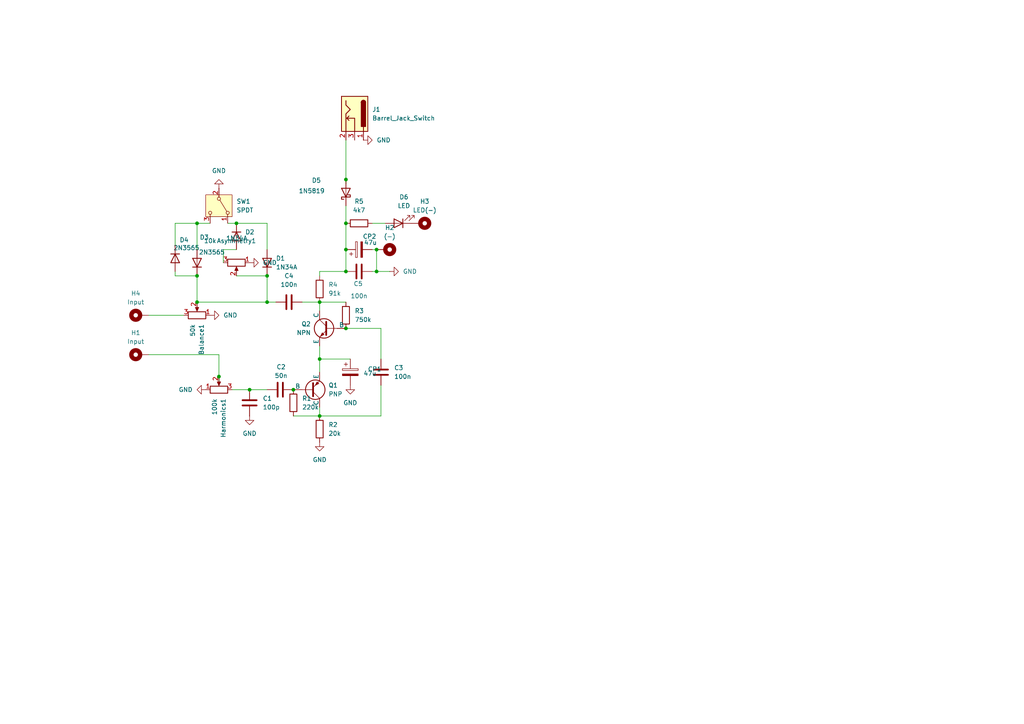
<source format=kicad_sch>
(kicad_sch
	(version 20231120)
	(generator "eeschema")
	(generator_version "8.0")
	(uuid "91471154-cc68-49dd-9c47-c4a383e6e5c3")
	(paper "A4")
	(lib_symbols
		(symbol "Connector:Barrel_Jack_Switch"
			(pin_names hide)
			(exclude_from_sim no)
			(in_bom yes)
			(on_board yes)
			(property "Reference" "J"
				(at 0 5.334 0)
				(effects
					(font
						(size 1.27 1.27)
					)
				)
			)
			(property "Value" "Barrel_Jack_Switch"
				(at 0 -5.08 0)
				(effects
					(font
						(size 1.27 1.27)
					)
				)
			)
			(property "Footprint" ""
				(at 1.27 -1.016 0)
				(effects
					(font
						(size 1.27 1.27)
					)
					(hide yes)
				)
			)
			(property "Datasheet" "~"
				(at 1.27 -1.016 0)
				(effects
					(font
						(size 1.27 1.27)
					)
					(hide yes)
				)
			)
			(property "Description" "DC Barrel Jack with an internal switch"
				(at 0 0 0)
				(effects
					(font
						(size 1.27 1.27)
					)
					(hide yes)
				)
			)
			(property "ki_keywords" "DC power barrel jack connector"
				(at 0 0 0)
				(effects
					(font
						(size 1.27 1.27)
					)
					(hide yes)
				)
			)
			(property "ki_fp_filters" "BarrelJack*"
				(at 0 0 0)
				(effects
					(font
						(size 1.27 1.27)
					)
					(hide yes)
				)
			)
			(symbol "Barrel_Jack_Switch_0_1"
				(rectangle
					(start -5.08 3.81)
					(end 5.08 -3.81)
					(stroke
						(width 0.254)
						(type default)
					)
					(fill
						(type background)
					)
				)
				(arc
					(start -3.302 3.175)
					(mid -3.9343 2.54)
					(end -3.302 1.905)
					(stroke
						(width 0.254)
						(type default)
					)
					(fill
						(type none)
					)
				)
				(arc
					(start -3.302 3.175)
					(mid -3.9343 2.54)
					(end -3.302 1.905)
					(stroke
						(width 0.254)
						(type default)
					)
					(fill
						(type outline)
					)
				)
				(polyline
					(pts
						(xy 1.27 -2.286) (xy 1.905 -1.651)
					)
					(stroke
						(width 0.254)
						(type default)
					)
					(fill
						(type none)
					)
				)
				(polyline
					(pts
						(xy 5.08 2.54) (xy 3.81 2.54)
					)
					(stroke
						(width 0.254)
						(type default)
					)
					(fill
						(type none)
					)
				)
				(polyline
					(pts
						(xy 5.08 0) (xy 1.27 0) (xy 1.27 -2.286) (xy 0.635 -1.651)
					)
					(stroke
						(width 0.254)
						(type default)
					)
					(fill
						(type none)
					)
				)
				(polyline
					(pts
						(xy -3.81 -2.54) (xy -2.54 -2.54) (xy -1.27 -1.27) (xy 0 -2.54) (xy 2.54 -2.54) (xy 5.08 -2.54)
					)
					(stroke
						(width 0.254)
						(type default)
					)
					(fill
						(type none)
					)
				)
				(rectangle
					(start 3.683 3.175)
					(end -3.302 1.905)
					(stroke
						(width 0.254)
						(type default)
					)
					(fill
						(type outline)
					)
				)
			)
			(symbol "Barrel_Jack_Switch_1_1"
				(pin passive line
					(at 7.62 2.54 180)
					(length 2.54)
					(name "~"
						(effects
							(font
								(size 1.27 1.27)
							)
						)
					)
					(number "1"
						(effects
							(font
								(size 1.27 1.27)
							)
						)
					)
				)
				(pin passive line
					(at 7.62 -2.54 180)
					(length 2.54)
					(name "~"
						(effects
							(font
								(size 1.27 1.27)
							)
						)
					)
					(number "2"
						(effects
							(font
								(size 1.27 1.27)
							)
						)
					)
				)
				(pin passive line
					(at 7.62 0 180)
					(length 2.54)
					(name "~"
						(effects
							(font
								(size 1.27 1.27)
							)
						)
					)
					(number "3"
						(effects
							(font
								(size 1.27 1.27)
							)
						)
					)
				)
			)
		)
		(symbol "Device:C"
			(pin_numbers hide)
			(pin_names
				(offset 0.254)
			)
			(exclude_from_sim no)
			(in_bom yes)
			(on_board yes)
			(property "Reference" "C"
				(at 0.635 2.54 0)
				(effects
					(font
						(size 1.27 1.27)
					)
					(justify left)
				)
			)
			(property "Value" "C"
				(at 0.635 -2.54 0)
				(effects
					(font
						(size 1.27 1.27)
					)
					(justify left)
				)
			)
			(property "Footprint" ""
				(at 0.9652 -3.81 0)
				(effects
					(font
						(size 1.27 1.27)
					)
					(hide yes)
				)
			)
			(property "Datasheet" "~"
				(at 0 0 0)
				(effects
					(font
						(size 1.27 1.27)
					)
					(hide yes)
				)
			)
			(property "Description" "Unpolarized capacitor"
				(at 0 0 0)
				(effects
					(font
						(size 1.27 1.27)
					)
					(hide yes)
				)
			)
			(property "ki_keywords" "cap capacitor"
				(at 0 0 0)
				(effects
					(font
						(size 1.27 1.27)
					)
					(hide yes)
				)
			)
			(property "ki_fp_filters" "C_*"
				(at 0 0 0)
				(effects
					(font
						(size 1.27 1.27)
					)
					(hide yes)
				)
			)
			(symbol "C_0_1"
				(polyline
					(pts
						(xy -2.032 -0.762) (xy 2.032 -0.762)
					)
					(stroke
						(width 0.508)
						(type default)
					)
					(fill
						(type none)
					)
				)
				(polyline
					(pts
						(xy -2.032 0.762) (xy 2.032 0.762)
					)
					(stroke
						(width 0.508)
						(type default)
					)
					(fill
						(type none)
					)
				)
			)
			(symbol "C_1_1"
				(pin passive line
					(at 0 3.81 270)
					(length 2.794)
					(name "~"
						(effects
							(font
								(size 1.27 1.27)
							)
						)
					)
					(number "1"
						(effects
							(font
								(size 1.27 1.27)
							)
						)
					)
				)
				(pin passive line
					(at 0 -3.81 90)
					(length 2.794)
					(name "~"
						(effects
							(font
								(size 1.27 1.27)
							)
						)
					)
					(number "2"
						(effects
							(font
								(size 1.27 1.27)
							)
						)
					)
				)
			)
		)
		(symbol "Device:C_Polarized"
			(pin_numbers hide)
			(pin_names
				(offset 0.254)
			)
			(exclude_from_sim no)
			(in_bom yes)
			(on_board yes)
			(property "Reference" "C"
				(at 0.635 2.54 0)
				(effects
					(font
						(size 1.27 1.27)
					)
					(justify left)
				)
			)
			(property "Value" "C_Polarized"
				(at 0.635 -2.54 0)
				(effects
					(font
						(size 1.27 1.27)
					)
					(justify left)
				)
			)
			(property "Footprint" ""
				(at 0.9652 -3.81 0)
				(effects
					(font
						(size 1.27 1.27)
					)
					(hide yes)
				)
			)
			(property "Datasheet" "~"
				(at 0 0 0)
				(effects
					(font
						(size 1.27 1.27)
					)
					(hide yes)
				)
			)
			(property "Description" "Polarized capacitor"
				(at 0 0 0)
				(effects
					(font
						(size 1.27 1.27)
					)
					(hide yes)
				)
			)
			(property "ki_keywords" "cap capacitor"
				(at 0 0 0)
				(effects
					(font
						(size 1.27 1.27)
					)
					(hide yes)
				)
			)
			(property "ki_fp_filters" "CP_*"
				(at 0 0 0)
				(effects
					(font
						(size 1.27 1.27)
					)
					(hide yes)
				)
			)
			(symbol "C_Polarized_0_1"
				(rectangle
					(start -2.286 0.508)
					(end 2.286 1.016)
					(stroke
						(width 0)
						(type default)
					)
					(fill
						(type none)
					)
				)
				(polyline
					(pts
						(xy -1.778 2.286) (xy -0.762 2.286)
					)
					(stroke
						(width 0)
						(type default)
					)
					(fill
						(type none)
					)
				)
				(polyline
					(pts
						(xy -1.27 2.794) (xy -1.27 1.778)
					)
					(stroke
						(width 0)
						(type default)
					)
					(fill
						(type none)
					)
				)
				(rectangle
					(start 2.286 -0.508)
					(end -2.286 -1.016)
					(stroke
						(width 0)
						(type default)
					)
					(fill
						(type outline)
					)
				)
			)
			(symbol "C_Polarized_1_1"
				(pin passive line
					(at 0 3.81 270)
					(length 2.794)
					(name "~"
						(effects
							(font
								(size 1.27 1.27)
							)
						)
					)
					(number "1"
						(effects
							(font
								(size 1.27 1.27)
							)
						)
					)
				)
				(pin passive line
					(at 0 -3.81 90)
					(length 2.794)
					(name "~"
						(effects
							(font
								(size 1.27 1.27)
							)
						)
					)
					(number "2"
						(effects
							(font
								(size 1.27 1.27)
							)
						)
					)
				)
			)
		)
		(symbol "Device:D"
			(pin_numbers hide)
			(pin_names
				(offset 1.016) hide)
			(exclude_from_sim no)
			(in_bom yes)
			(on_board yes)
			(property "Reference" "D"
				(at 0 2.54 0)
				(effects
					(font
						(size 1.27 1.27)
					)
				)
			)
			(property "Value" "D"
				(at 0 -2.54 0)
				(effects
					(font
						(size 1.27 1.27)
					)
				)
			)
			(property "Footprint" ""
				(at 0 0 0)
				(effects
					(font
						(size 1.27 1.27)
					)
					(hide yes)
				)
			)
			(property "Datasheet" "~"
				(at 0 0 0)
				(effects
					(font
						(size 1.27 1.27)
					)
					(hide yes)
				)
			)
			(property "Description" "Diode"
				(at 0 0 0)
				(effects
					(font
						(size 1.27 1.27)
					)
					(hide yes)
				)
			)
			(property "Sim.Device" "D"
				(at 0 0 0)
				(effects
					(font
						(size 1.27 1.27)
					)
					(hide yes)
				)
			)
			(property "Sim.Pins" "1=K 2=A"
				(at 0 0 0)
				(effects
					(font
						(size 1.27 1.27)
					)
					(hide yes)
				)
			)
			(property "ki_keywords" "diode"
				(at 0 0 0)
				(effects
					(font
						(size 1.27 1.27)
					)
					(hide yes)
				)
			)
			(property "ki_fp_filters" "TO-???* *_Diode_* *SingleDiode* D_*"
				(at 0 0 0)
				(effects
					(font
						(size 1.27 1.27)
					)
					(hide yes)
				)
			)
			(symbol "D_0_1"
				(polyline
					(pts
						(xy -1.27 1.27) (xy -1.27 -1.27)
					)
					(stroke
						(width 0.254)
						(type default)
					)
					(fill
						(type none)
					)
				)
				(polyline
					(pts
						(xy 1.27 0) (xy -1.27 0)
					)
					(stroke
						(width 0)
						(type default)
					)
					(fill
						(type none)
					)
				)
				(polyline
					(pts
						(xy 1.27 1.27) (xy 1.27 -1.27) (xy -1.27 0) (xy 1.27 1.27)
					)
					(stroke
						(width 0.254)
						(type default)
					)
					(fill
						(type none)
					)
				)
			)
			(symbol "D_1_1"
				(pin passive line
					(at -3.81 0 0)
					(length 2.54)
					(name "K"
						(effects
							(font
								(size 1.27 1.27)
							)
						)
					)
					(number "1"
						(effects
							(font
								(size 1.27 1.27)
							)
						)
					)
				)
				(pin passive line
					(at 3.81 0 180)
					(length 2.54)
					(name "A"
						(effects
							(font
								(size 1.27 1.27)
							)
						)
					)
					(number "2"
						(effects
							(font
								(size 1.27 1.27)
							)
						)
					)
				)
			)
		)
		(symbol "Device:D_Schottky"
			(pin_numbers hide)
			(pin_names
				(offset 1.016) hide)
			(exclude_from_sim no)
			(in_bom yes)
			(on_board yes)
			(property "Reference" "D"
				(at 0 2.54 0)
				(effects
					(font
						(size 1.27 1.27)
					)
				)
			)
			(property "Value" "D_Schottky"
				(at 0 -2.54 0)
				(effects
					(font
						(size 1.27 1.27)
					)
				)
			)
			(property "Footprint" ""
				(at 0 0 0)
				(effects
					(font
						(size 1.27 1.27)
					)
					(hide yes)
				)
			)
			(property "Datasheet" "~"
				(at 0 0 0)
				(effects
					(font
						(size 1.27 1.27)
					)
					(hide yes)
				)
			)
			(property "Description" "Schottky diode"
				(at 0 0 0)
				(effects
					(font
						(size 1.27 1.27)
					)
					(hide yes)
				)
			)
			(property "ki_keywords" "diode Schottky"
				(at 0 0 0)
				(effects
					(font
						(size 1.27 1.27)
					)
					(hide yes)
				)
			)
			(property "ki_fp_filters" "TO-???* *_Diode_* *SingleDiode* D_*"
				(at 0 0 0)
				(effects
					(font
						(size 1.27 1.27)
					)
					(hide yes)
				)
			)
			(symbol "D_Schottky_0_1"
				(polyline
					(pts
						(xy 1.27 0) (xy -1.27 0)
					)
					(stroke
						(width 0)
						(type default)
					)
					(fill
						(type none)
					)
				)
				(polyline
					(pts
						(xy 1.27 1.27) (xy 1.27 -1.27) (xy -1.27 0) (xy 1.27 1.27)
					)
					(stroke
						(width 0.254)
						(type default)
					)
					(fill
						(type none)
					)
				)
				(polyline
					(pts
						(xy -1.905 0.635) (xy -1.905 1.27) (xy -1.27 1.27) (xy -1.27 -1.27) (xy -0.635 -1.27) (xy -0.635 -0.635)
					)
					(stroke
						(width 0.254)
						(type default)
					)
					(fill
						(type none)
					)
				)
			)
			(symbol "D_Schottky_1_1"
				(pin passive line
					(at -3.81 0 0)
					(length 2.54)
					(name "K"
						(effects
							(font
								(size 1.27 1.27)
							)
						)
					)
					(number "1"
						(effects
							(font
								(size 1.27 1.27)
							)
						)
					)
				)
				(pin passive line
					(at 3.81 0 180)
					(length 2.54)
					(name "A"
						(effects
							(font
								(size 1.27 1.27)
							)
						)
					)
					(number "2"
						(effects
							(font
								(size 1.27 1.27)
							)
						)
					)
				)
			)
		)
		(symbol "Device:LED"
			(pin_numbers hide)
			(pin_names
				(offset 1.016) hide)
			(exclude_from_sim no)
			(in_bom yes)
			(on_board yes)
			(property "Reference" "D"
				(at 0 2.54 0)
				(effects
					(font
						(size 1.27 1.27)
					)
				)
			)
			(property "Value" "LED"
				(at 0 -2.54 0)
				(effects
					(font
						(size 1.27 1.27)
					)
				)
			)
			(property "Footprint" ""
				(at 0 0 0)
				(effects
					(font
						(size 1.27 1.27)
					)
					(hide yes)
				)
			)
			(property "Datasheet" "~"
				(at 0 0 0)
				(effects
					(font
						(size 1.27 1.27)
					)
					(hide yes)
				)
			)
			(property "Description" "Light emitting diode"
				(at 0 0 0)
				(effects
					(font
						(size 1.27 1.27)
					)
					(hide yes)
				)
			)
			(property "ki_keywords" "LED diode"
				(at 0 0 0)
				(effects
					(font
						(size 1.27 1.27)
					)
					(hide yes)
				)
			)
			(property "ki_fp_filters" "LED* LED_SMD:* LED_THT:*"
				(at 0 0 0)
				(effects
					(font
						(size 1.27 1.27)
					)
					(hide yes)
				)
			)
			(symbol "LED_0_1"
				(polyline
					(pts
						(xy -1.27 -1.27) (xy -1.27 1.27)
					)
					(stroke
						(width 0.254)
						(type default)
					)
					(fill
						(type none)
					)
				)
				(polyline
					(pts
						(xy -1.27 0) (xy 1.27 0)
					)
					(stroke
						(width 0)
						(type default)
					)
					(fill
						(type none)
					)
				)
				(polyline
					(pts
						(xy 1.27 -1.27) (xy 1.27 1.27) (xy -1.27 0) (xy 1.27 -1.27)
					)
					(stroke
						(width 0.254)
						(type default)
					)
					(fill
						(type none)
					)
				)
				(polyline
					(pts
						(xy -3.048 -0.762) (xy -4.572 -2.286) (xy -3.81 -2.286) (xy -4.572 -2.286) (xy -4.572 -1.524)
					)
					(stroke
						(width 0)
						(type default)
					)
					(fill
						(type none)
					)
				)
				(polyline
					(pts
						(xy -1.778 -0.762) (xy -3.302 -2.286) (xy -2.54 -2.286) (xy -3.302 -2.286) (xy -3.302 -1.524)
					)
					(stroke
						(width 0)
						(type default)
					)
					(fill
						(type none)
					)
				)
			)
			(symbol "LED_1_1"
				(pin passive line
					(at -3.81 0 0)
					(length 2.54)
					(name "K"
						(effects
							(font
								(size 1.27 1.27)
							)
						)
					)
					(number "1"
						(effects
							(font
								(size 1.27 1.27)
							)
						)
					)
				)
				(pin passive line
					(at 3.81 0 180)
					(length 2.54)
					(name "A"
						(effects
							(font
								(size 1.27 1.27)
							)
						)
					)
					(number "2"
						(effects
							(font
								(size 1.27 1.27)
							)
						)
					)
				)
			)
		)
		(symbol "Device:R"
			(pin_numbers hide)
			(pin_names
				(offset 0)
			)
			(exclude_from_sim no)
			(in_bom yes)
			(on_board yes)
			(property "Reference" "R"
				(at 2.032 0 90)
				(effects
					(font
						(size 1.27 1.27)
					)
				)
			)
			(property "Value" "R"
				(at 0 0 90)
				(effects
					(font
						(size 1.27 1.27)
					)
				)
			)
			(property "Footprint" ""
				(at -1.778 0 90)
				(effects
					(font
						(size 1.27 1.27)
					)
					(hide yes)
				)
			)
			(property "Datasheet" "~"
				(at 0 0 0)
				(effects
					(font
						(size 1.27 1.27)
					)
					(hide yes)
				)
			)
			(property "Description" "Resistor"
				(at 0 0 0)
				(effects
					(font
						(size 1.27 1.27)
					)
					(hide yes)
				)
			)
			(property "ki_keywords" "R res resistor"
				(at 0 0 0)
				(effects
					(font
						(size 1.27 1.27)
					)
					(hide yes)
				)
			)
			(property "ki_fp_filters" "R_*"
				(at 0 0 0)
				(effects
					(font
						(size 1.27 1.27)
					)
					(hide yes)
				)
			)
			(symbol "R_0_1"
				(rectangle
					(start -1.016 -2.54)
					(end 1.016 2.54)
					(stroke
						(width 0.254)
						(type default)
					)
					(fill
						(type none)
					)
				)
			)
			(symbol "R_1_1"
				(pin passive line
					(at 0 3.81 270)
					(length 1.27)
					(name "~"
						(effects
							(font
								(size 1.27 1.27)
							)
						)
					)
					(number "1"
						(effects
							(font
								(size 1.27 1.27)
							)
						)
					)
				)
				(pin passive line
					(at 0 -3.81 90)
					(length 1.27)
					(name "~"
						(effects
							(font
								(size 1.27 1.27)
							)
						)
					)
					(number "2"
						(effects
							(font
								(size 1.27 1.27)
							)
						)
					)
				)
			)
		)
		(symbol "Device:R_Potentiometer"
			(pin_names
				(offset 1.016) hide)
			(exclude_from_sim no)
			(in_bom yes)
			(on_board yes)
			(property "Reference" "RV"
				(at -4.445 0 90)
				(effects
					(font
						(size 1.27 1.27)
					)
				)
			)
			(property "Value" "R_Potentiometer"
				(at -2.54 0 90)
				(effects
					(font
						(size 1.27 1.27)
					)
				)
			)
			(property "Footprint" ""
				(at 0 0 0)
				(effects
					(font
						(size 1.27 1.27)
					)
					(hide yes)
				)
			)
			(property "Datasheet" "~"
				(at 0 0 0)
				(effects
					(font
						(size 1.27 1.27)
					)
					(hide yes)
				)
			)
			(property "Description" "Potentiometer"
				(at 0 0 0)
				(effects
					(font
						(size 1.27 1.27)
					)
					(hide yes)
				)
			)
			(property "ki_keywords" "resistor variable"
				(at 0 0 0)
				(effects
					(font
						(size 1.27 1.27)
					)
					(hide yes)
				)
			)
			(property "ki_fp_filters" "Potentiometer*"
				(at 0 0 0)
				(effects
					(font
						(size 1.27 1.27)
					)
					(hide yes)
				)
			)
			(symbol "R_Potentiometer_0_1"
				(polyline
					(pts
						(xy 2.54 0) (xy 1.524 0)
					)
					(stroke
						(width 0)
						(type default)
					)
					(fill
						(type none)
					)
				)
				(polyline
					(pts
						(xy 1.143 0) (xy 2.286 0.508) (xy 2.286 -0.508) (xy 1.143 0)
					)
					(stroke
						(width 0)
						(type default)
					)
					(fill
						(type outline)
					)
				)
				(rectangle
					(start 1.016 2.54)
					(end -1.016 -2.54)
					(stroke
						(width 0.254)
						(type default)
					)
					(fill
						(type none)
					)
				)
			)
			(symbol "R_Potentiometer_1_1"
				(pin passive line
					(at 0 3.81 270)
					(length 1.27)
					(name "1"
						(effects
							(font
								(size 1.27 1.27)
							)
						)
					)
					(number "1"
						(effects
							(font
								(size 1.27 1.27)
							)
						)
					)
				)
				(pin passive line
					(at 3.81 0 180)
					(length 1.27)
					(name "2"
						(effects
							(font
								(size 1.27 1.27)
							)
						)
					)
					(number "2"
						(effects
							(font
								(size 1.27 1.27)
							)
						)
					)
				)
				(pin passive line
					(at 0 -3.81 90)
					(length 1.27)
					(name "3"
						(effects
							(font
								(size 1.27 1.27)
							)
						)
					)
					(number "3"
						(effects
							(font
								(size 1.27 1.27)
							)
						)
					)
				)
			)
		)
		(symbol "Mechanical:MountingHole_Pad"
			(pin_numbers hide)
			(pin_names
				(offset 1.016) hide)
			(exclude_from_sim yes)
			(in_bom no)
			(on_board yes)
			(property "Reference" "H"
				(at 0 6.35 0)
				(effects
					(font
						(size 1.27 1.27)
					)
				)
			)
			(property "Value" "MountingHole_Pad"
				(at 0 4.445 0)
				(effects
					(font
						(size 1.27 1.27)
					)
				)
			)
			(property "Footprint" ""
				(at 0 0 0)
				(effects
					(font
						(size 1.27 1.27)
					)
					(hide yes)
				)
			)
			(property "Datasheet" "~"
				(at 0 0 0)
				(effects
					(font
						(size 1.27 1.27)
					)
					(hide yes)
				)
			)
			(property "Description" "Mounting Hole with connection"
				(at 0 0 0)
				(effects
					(font
						(size 1.27 1.27)
					)
					(hide yes)
				)
			)
			(property "ki_keywords" "mounting hole"
				(at 0 0 0)
				(effects
					(font
						(size 1.27 1.27)
					)
					(hide yes)
				)
			)
			(property "ki_fp_filters" "MountingHole*Pad*"
				(at 0 0 0)
				(effects
					(font
						(size 1.27 1.27)
					)
					(hide yes)
				)
			)
			(symbol "MountingHole_Pad_0_1"
				(circle
					(center 0 1.27)
					(radius 1.27)
					(stroke
						(width 1.27)
						(type default)
					)
					(fill
						(type none)
					)
				)
			)
			(symbol "MountingHole_Pad_1_1"
				(pin input line
					(at 0 -2.54 90)
					(length 2.54)
					(name "1"
						(effects
							(font
								(size 1.27 1.27)
							)
						)
					)
					(number "1"
						(effects
							(font
								(size 1.27 1.27)
							)
						)
					)
				)
			)
		)
		(symbol "Simulation_SPICE:NPN"
			(pin_numbers hide)
			(pin_names
				(offset 0)
			)
			(exclude_from_sim no)
			(in_bom yes)
			(on_board yes)
			(property "Reference" "Q"
				(at -2.54 7.62 0)
				(effects
					(font
						(size 1.27 1.27)
					)
				)
			)
			(property "Value" "NPN"
				(at -2.54 5.08 0)
				(effects
					(font
						(size 1.27 1.27)
					)
				)
			)
			(property "Footprint" ""
				(at 63.5 0 0)
				(effects
					(font
						(size 1.27 1.27)
					)
					(hide yes)
				)
			)
			(property "Datasheet" "https://ngspice.sourceforge.io/docs/ngspice-html-manual/manual.xhtml#cha_BJTs"
				(at 63.5 0 0)
				(effects
					(font
						(size 1.27 1.27)
					)
					(hide yes)
				)
			)
			(property "Description" "Bipolar transistor symbol for simulation only, substrate tied to the emitter"
				(at 0 0 0)
				(effects
					(font
						(size 1.27 1.27)
					)
					(hide yes)
				)
			)
			(property "Sim.Device" "NPN"
				(at 0 0 0)
				(effects
					(font
						(size 1.27 1.27)
					)
					(hide yes)
				)
			)
			(property "Sim.Type" "GUMMELPOON"
				(at 0 0 0)
				(effects
					(font
						(size 1.27 1.27)
					)
					(hide yes)
				)
			)
			(property "Sim.Pins" "1=C 2=B 3=E"
				(at 0 0 0)
				(effects
					(font
						(size 1.27 1.27)
					)
					(hide yes)
				)
			)
			(property "ki_keywords" "simulation"
				(at 0 0 0)
				(effects
					(font
						(size 1.27 1.27)
					)
					(hide yes)
				)
			)
			(symbol "NPN_0_1"
				(polyline
					(pts
						(xy -2.54 0) (xy 0.635 0)
					)
					(stroke
						(width 0.1524)
						(type default)
					)
					(fill
						(type none)
					)
				)
				(polyline
					(pts
						(xy 0.635 0.635) (xy 2.54 2.54)
					)
					(stroke
						(width 0)
						(type default)
					)
					(fill
						(type none)
					)
				)
				(polyline
					(pts
						(xy 2.794 -1.27) (xy 2.794 -1.27)
					)
					(stroke
						(width 0.1524)
						(type default)
					)
					(fill
						(type none)
					)
				)
				(polyline
					(pts
						(xy 2.794 -1.27) (xy 2.794 -1.27)
					)
					(stroke
						(width 0.1524)
						(type default)
					)
					(fill
						(type none)
					)
				)
				(polyline
					(pts
						(xy 0.635 -0.635) (xy 2.54 -2.54) (xy 2.54 -2.54)
					)
					(stroke
						(width 0)
						(type default)
					)
					(fill
						(type none)
					)
				)
				(polyline
					(pts
						(xy 0.635 1.905) (xy 0.635 -1.905) (xy 0.635 -1.905)
					)
					(stroke
						(width 0.508)
						(type default)
					)
					(fill
						(type none)
					)
				)
				(polyline
					(pts
						(xy 1.27 -1.778) (xy 1.778 -1.27) (xy 2.286 -2.286) (xy 1.27 -1.778) (xy 1.27 -1.778)
					)
					(stroke
						(width 0)
						(type default)
					)
					(fill
						(type outline)
					)
				)
				(circle
					(center 1.27 0)
					(radius 2.8194)
					(stroke
						(width 0.254)
						(type default)
					)
					(fill
						(type none)
					)
				)
			)
			(symbol "NPN_1_1"
				(pin open_collector line
					(at 2.54 5.08 270)
					(length 2.54)
					(name "C"
						(effects
							(font
								(size 1.27 1.27)
							)
						)
					)
					(number "1"
						(effects
							(font
								(size 1.27 1.27)
							)
						)
					)
				)
				(pin input line
					(at -5.08 0 0)
					(length 2.54)
					(name "B"
						(effects
							(font
								(size 1.27 1.27)
							)
						)
					)
					(number "2"
						(effects
							(font
								(size 1.27 1.27)
							)
						)
					)
				)
				(pin open_emitter line
					(at 2.54 -5.08 90)
					(length 2.54)
					(name "E"
						(effects
							(font
								(size 1.27 1.27)
							)
						)
					)
					(number "3"
						(effects
							(font
								(size 1.27 1.27)
							)
						)
					)
				)
			)
		)
		(symbol "Simulation_SPICE:PNP"
			(pin_numbers hide)
			(pin_names
				(offset 0)
			)
			(exclude_from_sim no)
			(in_bom yes)
			(on_board yes)
			(property "Reference" "Q"
				(at -2.54 7.62 0)
				(effects
					(font
						(size 1.27 1.27)
					)
				)
			)
			(property "Value" "PNP"
				(at -2.54 5.08 0)
				(effects
					(font
						(size 1.27 1.27)
					)
				)
			)
			(property "Footprint" ""
				(at 35.56 0 0)
				(effects
					(font
						(size 1.27 1.27)
					)
					(hide yes)
				)
			)
			(property "Datasheet" "https://ngspice.sourceforge.io/docs/ngspice-html-manual/manual.xhtml#cha_BJTs"
				(at 35.56 0 0)
				(effects
					(font
						(size 1.27 1.27)
					)
					(hide yes)
				)
			)
			(property "Description" "Bipolar transistor symbol for simulation only, substrate tied to the emitter"
				(at 0 0 0)
				(effects
					(font
						(size 1.27 1.27)
					)
					(hide yes)
				)
			)
			(property "Sim.Device" "PNP"
				(at 0 0 0)
				(effects
					(font
						(size 1.27 1.27)
					)
					(hide yes)
				)
			)
			(property "Sim.Type" "GUMMELPOON"
				(at 0 0 0)
				(effects
					(font
						(size 1.27 1.27)
					)
					(hide yes)
				)
			)
			(property "Sim.Pins" "1=C 2=B 3=E"
				(at 0 0 0)
				(effects
					(font
						(size 1.27 1.27)
					)
					(hide yes)
				)
			)
			(property "ki_keywords" "simulation"
				(at 0 0 0)
				(effects
					(font
						(size 1.27 1.27)
					)
					(hide yes)
				)
			)
			(symbol "PNP_0_1"
				(polyline
					(pts
						(xy -2.54 0) (xy 0.635 0)
					)
					(stroke
						(width 0.1524)
						(type default)
					)
					(fill
						(type none)
					)
				)
				(polyline
					(pts
						(xy 0.635 0.635) (xy 2.54 2.54)
					)
					(stroke
						(width 0)
						(type default)
					)
					(fill
						(type none)
					)
				)
				(polyline
					(pts
						(xy 0.635 -0.635) (xy 2.54 -2.54) (xy 2.54 -2.54)
					)
					(stroke
						(width 0)
						(type default)
					)
					(fill
						(type none)
					)
				)
				(polyline
					(pts
						(xy 0.635 1.905) (xy 0.635 -1.905) (xy 0.635 -1.905)
					)
					(stroke
						(width 0.508)
						(type default)
					)
					(fill
						(type none)
					)
				)
				(polyline
					(pts
						(xy 2.286 -1.778) (xy 1.778 -2.286) (xy 1.27 -1.27) (xy 2.286 -1.778) (xy 2.286 -1.778)
					)
					(stroke
						(width 0)
						(type default)
					)
					(fill
						(type outline)
					)
				)
				(circle
					(center 1.27 0)
					(radius 2.8194)
					(stroke
						(width 0.254)
						(type default)
					)
					(fill
						(type none)
					)
				)
			)
			(symbol "PNP_1_1"
				(pin open_collector line
					(at 2.54 5.08 270)
					(length 2.54)
					(name "C"
						(effects
							(font
								(size 1.27 1.27)
							)
						)
					)
					(number "1"
						(effects
							(font
								(size 1.27 1.27)
							)
						)
					)
				)
				(pin input line
					(at -5.08 0 0)
					(length 2.54)
					(name "B"
						(effects
							(font
								(size 1.27 1.27)
							)
						)
					)
					(number "2"
						(effects
							(font
								(size 1.27 1.27)
							)
						)
					)
				)
				(pin open_emitter line
					(at 2.54 -5.08 90)
					(length 2.54)
					(name "E"
						(effects
							(font
								(size 1.27 1.27)
							)
						)
					)
					(number "3"
						(effects
							(font
								(size 1.27 1.27)
							)
						)
					)
				)
			)
		)
		(symbol "Switch:SW_SPDT"
			(pin_names
				(offset 0) hide)
			(exclude_from_sim no)
			(in_bom yes)
			(on_board yes)
			(property "Reference" "SW"
				(at 0 5.08 0)
				(effects
					(font
						(size 1.27 1.27)
					)
				)
			)
			(property "Value" "SW_SPDT"
				(at 0 -5.08 0)
				(effects
					(font
						(size 1.27 1.27)
					)
				)
			)
			(property "Footprint" ""
				(at 0 0 0)
				(effects
					(font
						(size 1.27 1.27)
					)
					(hide yes)
				)
			)
			(property "Datasheet" "~"
				(at 0 -7.62 0)
				(effects
					(font
						(size 1.27 1.27)
					)
					(hide yes)
				)
			)
			(property "Description" "Switch, single pole double throw"
				(at 0 0 0)
				(effects
					(font
						(size 1.27 1.27)
					)
					(hide yes)
				)
			)
			(property "ki_keywords" "switch single-pole double-throw spdt ON-ON"
				(at 0 0 0)
				(effects
					(font
						(size 1.27 1.27)
					)
					(hide yes)
				)
			)
			(symbol "SW_SPDT_0_1"
				(circle
					(center -2.032 0)
					(radius 0.4572)
					(stroke
						(width 0)
						(type default)
					)
					(fill
						(type none)
					)
				)
				(polyline
					(pts
						(xy -1.651 0.254) (xy 1.651 2.286)
					)
					(stroke
						(width 0)
						(type default)
					)
					(fill
						(type none)
					)
				)
				(circle
					(center 2.032 -2.54)
					(radius 0.4572)
					(stroke
						(width 0)
						(type default)
					)
					(fill
						(type none)
					)
				)
				(circle
					(center 2.032 2.54)
					(radius 0.4572)
					(stroke
						(width 0)
						(type default)
					)
					(fill
						(type none)
					)
				)
			)
			(symbol "SW_SPDT_1_1"
				(rectangle
					(start -3.175 3.81)
					(end 3.175 -3.81)
					(stroke
						(width 0)
						(type default)
					)
					(fill
						(type background)
					)
				)
				(pin passive line
					(at 5.08 2.54 180)
					(length 2.54)
					(name "A"
						(effects
							(font
								(size 1.27 1.27)
							)
						)
					)
					(number "1"
						(effects
							(font
								(size 1.27 1.27)
							)
						)
					)
				)
				(pin passive line
					(at -5.08 0 0)
					(length 2.54)
					(name "B"
						(effects
							(font
								(size 1.27 1.27)
							)
						)
					)
					(number "2"
						(effects
							(font
								(size 1.27 1.27)
							)
						)
					)
				)
				(pin passive line
					(at 5.08 -2.54 180)
					(length 2.54)
					(name "C"
						(effects
							(font
								(size 1.27 1.27)
							)
						)
					)
					(number "3"
						(effects
							(font
								(size 1.27 1.27)
							)
						)
					)
				)
			)
		)
		(symbol "power:GND"
			(power)
			(pin_numbers hide)
			(pin_names
				(offset 0) hide)
			(exclude_from_sim no)
			(in_bom yes)
			(on_board yes)
			(property "Reference" "#PWR"
				(at 0 -6.35 0)
				(effects
					(font
						(size 1.27 1.27)
					)
					(hide yes)
				)
			)
			(property "Value" "GND"
				(at 0 -3.81 0)
				(effects
					(font
						(size 1.27 1.27)
					)
				)
			)
			(property "Footprint" ""
				(at 0 0 0)
				(effects
					(font
						(size 1.27 1.27)
					)
					(hide yes)
				)
			)
			(property "Datasheet" ""
				(at 0 0 0)
				(effects
					(font
						(size 1.27 1.27)
					)
					(hide yes)
				)
			)
			(property "Description" "Power symbol creates a global label with name \"GND\" , ground"
				(at 0 0 0)
				(effects
					(font
						(size 1.27 1.27)
					)
					(hide yes)
				)
			)
			(property "ki_keywords" "global power"
				(at 0 0 0)
				(effects
					(font
						(size 1.27 1.27)
					)
					(hide yes)
				)
			)
			(symbol "GND_0_1"
				(polyline
					(pts
						(xy 0 0) (xy 0 -1.27) (xy 1.27 -1.27) (xy 0 -2.54) (xy -1.27 -1.27) (xy 0 -1.27)
					)
					(stroke
						(width 0)
						(type default)
					)
					(fill
						(type none)
					)
				)
			)
			(symbol "GND_1_1"
				(pin power_in line
					(at 0 0 270)
					(length 0)
					(name "~"
						(effects
							(font
								(size 1.27 1.27)
							)
						)
					)
					(number "1"
						(effects
							(font
								(size 1.27 1.27)
							)
						)
					)
				)
			)
		)
	)
	(junction
		(at 109.22 78.74)
		(diameter 0)
		(color 0 0 0 0)
		(uuid "068fb33e-a3b8-4608-8990-c363b0a763e6")
	)
	(junction
		(at 100.33 52.07)
		(diameter 0)
		(color 0 0 0 0)
		(uuid "06bfd93d-8338-4715-b144-69222b4e10e8")
	)
	(junction
		(at 100.33 78.74)
		(diameter 0)
		(color 0 0 0 0)
		(uuid "11e04507-93f1-400f-a003-55ab8f493cad")
	)
	(junction
		(at 68.58 64.77)
		(diameter 0)
		(color 0 0 0 0)
		(uuid "13f6952c-022c-48b1-9f4f-16f3d925deeb")
	)
	(junction
		(at 57.15 80.01)
		(diameter 0)
		(color 0 0 0 0)
		(uuid "2523533a-618a-45f9-b272-9605d2d7ed52")
	)
	(junction
		(at 100.33 64.77)
		(diameter 0)
		(color 0 0 0 0)
		(uuid "26e5fdf0-504c-4544-9880-1c851d378d8d")
	)
	(junction
		(at 85.09 113.03)
		(diameter 0)
		(color 0 0 0 0)
		(uuid "3460d225-4788-4f84-aac5-b9029fb9ddd1")
	)
	(junction
		(at 57.15 87.63)
		(diameter 0)
		(color 0 0 0 0)
		(uuid "37c01072-a96b-4157-8ce7-9152faad3a6c")
	)
	(junction
		(at 100.33 95.25)
		(diameter 0)
		(color 0 0 0 0)
		(uuid "4eae62da-0461-48bd-a4d0-7c7bb213af37")
	)
	(junction
		(at 109.22 72.39)
		(diameter 0)
		(color 0 0 0 0)
		(uuid "553c2241-956a-40f7-9307-bfeb22975a72")
	)
	(junction
		(at 57.15 64.77)
		(diameter 0)
		(color 0 0 0 0)
		(uuid "5c3b2a75-2bcb-4755-b180-783f2a4fd47a")
	)
	(junction
		(at 77.47 87.63)
		(diameter 0)
		(color 0 0 0 0)
		(uuid "637f5a12-14c6-49f0-b239-44da2111440f")
	)
	(junction
		(at 92.71 87.63)
		(diameter 0)
		(color 0 0 0 0)
		(uuid "7654356d-affc-4b49-964c-060c308aa4fd")
	)
	(junction
		(at 77.47 80.01)
		(diameter 0)
		(color 0 0 0 0)
		(uuid "803353f9-09e5-41dd-876c-34c18751f9ee")
	)
	(junction
		(at 100.33 72.39)
		(diameter 0)
		(color 0 0 0 0)
		(uuid "c664aa2f-4359-4679-9c11-2c5fcd480c1d")
	)
	(junction
		(at 92.71 120.65)
		(diameter 0)
		(color 0 0 0 0)
		(uuid "cdeae1c8-489e-4fa3-aa76-a34f691ca790")
	)
	(junction
		(at 92.71 104.14)
		(diameter 0)
		(color 0 0 0 0)
		(uuid "e11f5052-9cdf-487e-b282-243e7c8ad693")
	)
	(junction
		(at 63.5 109.22)
		(diameter 0)
		(color 0 0 0 0)
		(uuid "ef599f5e-d5d7-4e5a-ad0d-dbe315232d97")
	)
	(junction
		(at 72.39 113.03)
		(diameter 0)
		(color 0 0 0 0)
		(uuid "ffd7b9c0-4fe6-4741-bc21-113efcad180b")
	)
	(wire
		(pts
			(xy 92.71 120.65) (xy 110.49 120.65)
		)
		(stroke
			(width 0)
			(type default)
		)
		(uuid "03e89d5b-5251-47e6-9e4b-4d17ff45b64c")
	)
	(wire
		(pts
			(xy 107.95 72.39) (xy 109.22 72.39)
		)
		(stroke
			(width 0)
			(type default)
		)
		(uuid "04e1e630-f805-4ce4-922a-8dd1d80bf878")
	)
	(wire
		(pts
			(xy 107.95 64.77) (xy 111.76 64.77)
		)
		(stroke
			(width 0)
			(type default)
		)
		(uuid "0d8268c4-13bd-4a62-8781-c775552596b4")
	)
	(wire
		(pts
			(xy 50.8 64.77) (xy 57.15 64.77)
		)
		(stroke
			(width 0)
			(type default)
		)
		(uuid "0f1f349f-9201-47d3-afa8-55ec9aa0dd06")
	)
	(wire
		(pts
			(xy 100.33 59.69) (xy 100.33 64.77)
		)
		(stroke
			(width 0)
			(type default)
		)
		(uuid "0f889d80-6230-4529-95e9-d02a101b2e48")
	)
	(wire
		(pts
			(xy 68.58 80.01) (xy 77.47 80.01)
		)
		(stroke
			(width 0)
			(type default)
		)
		(uuid "1d60d24c-5fbe-484d-8389-636a3f211c30")
	)
	(wire
		(pts
			(xy 67.31 113.03) (xy 72.39 113.03)
		)
		(stroke
			(width 0)
			(type default)
		)
		(uuid "220f55bf-c396-4460-91e9-aa9030ee6236")
	)
	(wire
		(pts
			(xy 107.95 78.74) (xy 109.22 78.74)
		)
		(stroke
			(width 0)
			(type default)
		)
		(uuid "2285317c-a167-4d53-9e8b-d637cd3ad5d1")
	)
	(wire
		(pts
			(xy 100.33 72.39) (xy 100.33 78.74)
		)
		(stroke
			(width 0)
			(type default)
		)
		(uuid "27fbcf7a-4240-4331-8ee1-d93c30a9febf")
	)
	(wire
		(pts
			(xy 57.15 64.77) (xy 60.96 64.77)
		)
		(stroke
			(width 0)
			(type default)
		)
		(uuid "2ab8f956-6bb2-4819-9681-fd2997eadfe5")
	)
	(wire
		(pts
			(xy 66.04 64.77) (xy 68.58 64.77)
		)
		(stroke
			(width 0)
			(type default)
		)
		(uuid "2cea9602-ec3b-4037-be7d-152cc646a555")
	)
	(wire
		(pts
			(xy 50.8 80.01) (xy 50.8 78.74)
		)
		(stroke
			(width 0)
			(type default)
		)
		(uuid "38261b40-01eb-409a-9a94-fd07e47ff8db")
	)
	(wire
		(pts
			(xy 77.47 87.63) (xy 80.01 87.63)
		)
		(stroke
			(width 0)
			(type default)
		)
		(uuid "38499275-6046-4c23-9f32-fb1561586bbe")
	)
	(wire
		(pts
			(xy 92.71 78.74) (xy 100.33 78.74)
		)
		(stroke
			(width 0)
			(type default)
		)
		(uuid "3851f929-42e2-43e0-ba0a-3d4b7ec34bd9")
	)
	(wire
		(pts
			(xy 109.22 78.74) (xy 113.03 78.74)
		)
		(stroke
			(width 0)
			(type default)
		)
		(uuid "3b330f8c-1941-4a75-85a1-a49d8e02a47b")
	)
	(wire
		(pts
			(xy 100.33 52.07) (xy 100.33 53.34)
		)
		(stroke
			(width 0)
			(type default)
		)
		(uuid "3b4829f0-efd8-4185-ad3c-8bfb416ebd02")
	)
	(wire
		(pts
			(xy 72.39 113.03) (xy 77.47 113.03)
		)
		(stroke
			(width 0)
			(type default)
		)
		(uuid "3e34f5aa-964e-4816-b500-7cba344da8e1")
	)
	(wire
		(pts
			(xy 100.33 40.64) (xy 100.33 52.07)
		)
		(stroke
			(width 0)
			(type default)
		)
		(uuid "3e8aa8b6-3e70-4b9d-8939-e42f8c58c142")
	)
	(wire
		(pts
			(xy 92.71 87.63) (xy 100.33 87.63)
		)
		(stroke
			(width 0)
			(type default)
		)
		(uuid "40abb04c-65b9-4e36-8053-e9358ca9ba31")
	)
	(wire
		(pts
			(xy 43.18 91.44) (xy 53.34 91.44)
		)
		(stroke
			(width 0)
			(type default)
		)
		(uuid "45bfaf4e-2839-4243-b647-39f609f4e055")
	)
	(wire
		(pts
			(xy 92.71 107.95) (xy 92.71 104.14)
		)
		(stroke
			(width 0)
			(type default)
		)
		(uuid "4ffb397e-6d8f-41c0-b4f9-7668a5a85df6")
	)
	(wire
		(pts
			(xy 64.77 72.39) (xy 68.58 72.39)
		)
		(stroke
			(width 0)
			(type default)
		)
		(uuid "537713bd-688b-4955-ad78-ec4212a2fdde")
	)
	(wire
		(pts
			(xy 57.15 80.01) (xy 57.15 87.63)
		)
		(stroke
			(width 0)
			(type default)
		)
		(uuid "5ded02f4-ff8f-4b6b-ac76-7b0ac9b99171")
	)
	(wire
		(pts
			(xy 100.33 95.25) (xy 110.49 95.25)
		)
		(stroke
			(width 0)
			(type default)
		)
		(uuid "66eb1296-5c9b-4411-b42c-ed80ac52c3ff")
	)
	(wire
		(pts
			(xy 57.15 64.77) (xy 57.15 72.39)
		)
		(stroke
			(width 0)
			(type default)
		)
		(uuid "759e0290-4d73-460f-8fa9-6827264959c9")
	)
	(wire
		(pts
			(xy 100.33 64.77) (xy 100.33 72.39)
		)
		(stroke
			(width 0)
			(type default)
		)
		(uuid "778c1010-6d73-45dd-9963-c408f0c10c67")
	)
	(wire
		(pts
			(xy 63.5 109.22) (xy 63.5 110.49)
		)
		(stroke
			(width 0)
			(type default)
		)
		(uuid "7f52b86d-a1fd-46b3-b842-d9fa5e6b7ccb")
	)
	(wire
		(pts
			(xy 50.8 64.77) (xy 50.8 71.12)
		)
		(stroke
			(width 0)
			(type default)
		)
		(uuid "8a2779a4-5f0a-4e53-969c-23e4ce4465c1")
	)
	(wire
		(pts
			(xy 64.77 76.2) (xy 64.77 72.39)
		)
		(stroke
			(width 0)
			(type default)
		)
		(uuid "8e75f763-485e-46c8-95f9-362fd3236854")
	)
	(wire
		(pts
			(xy 110.49 120.65) (xy 110.49 111.76)
		)
		(stroke
			(width 0)
			(type default)
		)
		(uuid "9b35af29-e6d1-47ae-ab2c-527d90f9297b")
	)
	(wire
		(pts
			(xy 110.49 104.14) (xy 110.49 95.25)
		)
		(stroke
			(width 0)
			(type default)
		)
		(uuid "9e7a0f1f-6e73-45bc-bd2f-164d22d80ea9")
	)
	(wire
		(pts
			(xy 77.47 80.01) (xy 77.47 87.63)
		)
		(stroke
			(width 0)
			(type default)
		)
		(uuid "a2a9368a-e9cd-4efa-9cdb-d0ee7dfd0f99")
	)
	(wire
		(pts
			(xy 43.18 102.87) (xy 63.5 102.87)
		)
		(stroke
			(width 0)
			(type default)
		)
		(uuid "a6b142b5-c7b2-43cc-a56e-f0e4aff7c6d4")
	)
	(wire
		(pts
			(xy 92.71 78.74) (xy 92.71 80.01)
		)
		(stroke
			(width 0)
			(type default)
		)
		(uuid "b003d78c-93b1-4c25-b0c4-d2552781f8db")
	)
	(wire
		(pts
			(xy 87.63 87.63) (xy 92.71 87.63)
		)
		(stroke
			(width 0)
			(type default)
		)
		(uuid "b12602ee-ad5d-4ef1-9e21-76ce1e711227")
	)
	(wire
		(pts
			(xy 57.15 87.63) (xy 77.47 87.63)
		)
		(stroke
			(width 0)
			(type default)
		)
		(uuid "b5209572-4bd5-4bb8-895e-15698c10108f")
	)
	(wire
		(pts
			(xy 109.22 72.39) (xy 109.22 78.74)
		)
		(stroke
			(width 0)
			(type default)
		)
		(uuid "bfbb8e6e-d2c8-444d-a66a-f68a0e67088f")
	)
	(wire
		(pts
			(xy 92.71 100.33) (xy 92.71 104.14)
		)
		(stroke
			(width 0)
			(type default)
		)
		(uuid "c0696257-4446-45f7-af61-a4b9a033e5cb")
	)
	(wire
		(pts
			(xy 68.58 64.77) (xy 77.47 64.77)
		)
		(stroke
			(width 0)
			(type default)
		)
		(uuid "cc760311-4340-49cb-8a0b-0bd4e083a325")
	)
	(wire
		(pts
			(xy 85.09 120.65) (xy 92.71 120.65)
		)
		(stroke
			(width 0)
			(type default)
		)
		(uuid "dd8e32e3-35a1-4095-820c-23823bf61e10")
	)
	(wire
		(pts
			(xy 77.47 64.77) (xy 77.47 72.39)
		)
		(stroke
			(width 0)
			(type default)
		)
		(uuid "e6329d2e-1d34-481b-bc1e-f4e4baf2c081")
	)
	(wire
		(pts
			(xy 63.5 102.87) (xy 63.5 109.22)
		)
		(stroke
			(width 0)
			(type default)
		)
		(uuid "ea61426b-bcaf-4e13-8aee-2651693690d3")
	)
	(wire
		(pts
			(xy 57.15 80.01) (xy 50.8 80.01)
		)
		(stroke
			(width 0)
			(type default)
		)
		(uuid "eb5efc7a-733e-49d3-924a-e287b77d34ce")
	)
	(wire
		(pts
			(xy 92.71 87.63) (xy 92.71 90.17)
		)
		(stroke
			(width 0)
			(type default)
		)
		(uuid "ef1ba1dc-3b1a-4b3a-86ba-f148692c3c6a")
	)
	(wire
		(pts
			(xy 92.71 118.11) (xy 92.71 120.65)
		)
		(stroke
			(width 0)
			(type default)
		)
		(uuid "f3815707-6786-4a24-8fbe-708f6c957423")
	)
	(wire
		(pts
			(xy 92.71 104.14) (xy 101.6 104.14)
		)
		(stroke
			(width 0)
			(type default)
		)
		(uuid "fa0fa577-da8b-458b-bfc9-762ae37b0806")
	)
	(symbol
		(lib_id "power:GND")
		(at 72.39 120.65 0)
		(unit 1)
		(exclude_from_sim no)
		(in_bom yes)
		(on_board yes)
		(dnp no)
		(fields_autoplaced yes)
		(uuid "01f7b06f-27dd-4b42-9602-01caf91f994f")
		(property "Reference" "#PWR04"
			(at 72.39 127 0)
			(effects
				(font
					(size 1.27 1.27)
				)
				(hide yes)
			)
		)
		(property "Value" "GND"
			(at 72.39 125.73 0)
			(effects
				(font
					(size 1.27 1.27)
				)
			)
		)
		(property "Footprint" ""
			(at 72.39 120.65 0)
			(effects
				(font
					(size 1.27 1.27)
				)
				(hide yes)
			)
		)
		(property "Datasheet" ""
			(at 72.39 120.65 0)
			(effects
				(font
					(size 1.27 1.27)
				)
				(hide yes)
			)
		)
		(property "Description" "Power symbol creates a global label with name \"GND\" , ground"
			(at 72.39 120.65 0)
			(effects
				(font
					(size 1.27 1.27)
				)
				(hide yes)
			)
		)
		(pin "1"
			(uuid "3dc149b1-df6f-4950-af1c-9de39475b1c9")
		)
		(instances
			(project "PCB"
				(path "/91471154-cc68-49dd-9c47-c4a383e6e5c3"
					(reference "#PWR04")
					(unit 1)
				)
			)
		)
	)
	(symbol
		(lib_id "Device:C")
		(at 81.28 113.03 270)
		(unit 1)
		(exclude_from_sim no)
		(in_bom yes)
		(on_board yes)
		(dnp no)
		(uuid "04b34e06-bbc5-4ed8-a34b-ed1a7ecb4f71")
		(property "Reference" "C2"
			(at 81.534 106.426 90)
			(effects
				(font
					(size 1.27 1.27)
				)
			)
		)
		(property "Value" "50n"
			(at 81.534 108.966 90)
			(effects
				(font
					(size 1.27 1.27)
				)
			)
		)
		(property "Footprint" "Capacitor_THT:C_Rect_L7.0mm_W2.5mm_P5.00mm"
			(at 77.47 113.9952 0)
			(effects
				(font
					(size 1.27 1.27)
				)
				(hide yes)
			)
		)
		(property "Datasheet" "~"
			(at 81.28 113.03 0)
			(effects
				(font
					(size 1.27 1.27)
				)
				(hide yes)
			)
		)
		(property "Description" "Unpolarized capacitor"
			(at 81.28 113.03 0)
			(effects
				(font
					(size 1.27 1.27)
				)
				(hide yes)
			)
		)
		(pin "2"
			(uuid "e7dc0a3d-9e06-4aee-94d5-9d131b692c3b")
		)
		(pin "1"
			(uuid "e5b62dcb-58d9-4835-ad87-497e646b92e2")
		)
		(instances
			(project "PCB"
				(path "/91471154-cc68-49dd-9c47-c4a383e6e5c3"
					(reference "C2")
					(unit 1)
				)
			)
		)
	)
	(symbol
		(lib_id "Device:C")
		(at 104.14 78.74 270)
		(unit 1)
		(exclude_from_sim no)
		(in_bom yes)
		(on_board yes)
		(dnp no)
		(uuid "08e0947b-d1d9-4749-bca3-68293ac2d0ce")
		(property "Reference" "C5"
			(at 103.886 82.296 90)
			(effects
				(font
					(size 1.27 1.27)
				)
			)
		)
		(property "Value" "100n"
			(at 104.14 85.852 90)
			(effects
				(font
					(size 1.27 1.27)
				)
			)
		)
		(property "Footprint" "Capacitor_THT:C_Rect_L7.0mm_W2.5mm_P5.00mm"
			(at 100.33 79.7052 0)
			(effects
				(font
					(size 1.27 1.27)
				)
				(hide yes)
			)
		)
		(property "Datasheet" "~"
			(at 104.14 78.74 0)
			(effects
				(font
					(size 1.27 1.27)
				)
				(hide yes)
			)
		)
		(property "Description" "Unpolarized capacitor"
			(at 104.14 78.74 0)
			(effects
				(font
					(size 1.27 1.27)
				)
				(hide yes)
			)
		)
		(pin "2"
			(uuid "8f8204cc-09d2-4ab0-8431-b04389af77bf")
		)
		(pin "1"
			(uuid "ea63c9da-5b7f-4ea1-a945-9b71a8610c29")
		)
		(instances
			(project ""
				(path "/91471154-cc68-49dd-9c47-c4a383e6e5c3"
					(reference "C5")
					(unit 1)
				)
			)
		)
	)
	(symbol
		(lib_id "Device:R")
		(at 85.09 116.84 0)
		(unit 1)
		(exclude_from_sim no)
		(in_bom yes)
		(on_board yes)
		(dnp no)
		(fields_autoplaced yes)
		(uuid "0eac0838-4372-4de7-b655-93298db4b0d8")
		(property "Reference" "R1"
			(at 87.63 115.5699 0)
			(effects
				(font
					(size 1.27 1.27)
				)
				(justify left)
			)
		)
		(property "Value" "220k"
			(at 87.63 118.1099 0)
			(effects
				(font
					(size 1.27 1.27)
				)
				(justify left)
			)
		)
		(property "Footprint" "Resistor_THT:R_Axial_DIN0207_L6.3mm_D2.5mm_P7.62mm_Horizontal"
			(at 83.312 116.84 90)
			(effects
				(font
					(size 1.27 1.27)
				)
				(hide yes)
			)
		)
		(property "Datasheet" "~"
			(at 85.09 116.84 0)
			(effects
				(font
					(size 1.27 1.27)
				)
				(hide yes)
			)
		)
		(property "Description" "Resistor"
			(at 85.09 116.84 0)
			(effects
				(font
					(size 1.27 1.27)
				)
				(hide yes)
			)
		)
		(pin "2"
			(uuid "623c8f55-66e4-4967-a0de-e5db16808607")
		)
		(pin "1"
			(uuid "8ddea7de-b9c5-469b-b6e8-e4147e85757f")
		)
		(instances
			(project ""
				(path "/91471154-cc68-49dd-9c47-c4a383e6e5c3"
					(reference "R1")
					(unit 1)
				)
			)
		)
	)
	(symbol
		(lib_id "Connector:Barrel_Jack_Switch")
		(at 102.87 33.02 270)
		(unit 1)
		(exclude_from_sim no)
		(in_bom yes)
		(on_board yes)
		(dnp no)
		(fields_autoplaced yes)
		(uuid "1aecdf19-fe36-4a54-874f-6c87ce047df4")
		(property "Reference" "J1"
			(at 107.95 31.7499 90)
			(effects
				(font
					(size 1.27 1.27)
				)
				(justify left)
			)
		)
		(property "Value" "Barrel_Jack_Switch"
			(at 107.95 34.2899 90)
			(effects
				(font
					(size 1.27 1.27)
				)
				(justify left)
			)
		)
		(property "Footprint" "CustomLibrary:Switched_DC_jack"
			(at 101.854 34.29 0)
			(effects
				(font
					(size 1.27 1.27)
				)
				(hide yes)
			)
		)
		(property "Datasheet" "~"
			(at 101.854 34.29 0)
			(effects
				(font
					(size 1.27 1.27)
				)
				(hide yes)
			)
		)
		(property "Description" "DC Barrel Jack with an internal switch"
			(at 102.87 33.02 0)
			(effects
				(font
					(size 1.27 1.27)
				)
				(hide yes)
			)
		)
		(pin "1"
			(uuid "00b62fb3-a58a-422d-b158-c4629357e289")
		)
		(pin "2"
			(uuid "40d32d9c-b87c-4e8a-a2cb-c8bd8b3e655c")
		)
		(pin "3"
			(uuid "20b3d2df-19aa-4da3-bf3e-44daf9052efb")
		)
		(instances
			(project ""
				(path "/91471154-cc68-49dd-9c47-c4a383e6e5c3"
					(reference "J1")
					(unit 1)
				)
			)
		)
	)
	(symbol
		(lib_id "power:GND")
		(at 60.96 91.44 90)
		(mirror x)
		(unit 1)
		(exclude_from_sim no)
		(in_bom yes)
		(on_board yes)
		(dnp no)
		(fields_autoplaced yes)
		(uuid "24c89fd9-4e45-4fd5-9e36-04be1c75cc07")
		(property "Reference" "#PWR01"
			(at 67.31 91.44 0)
			(effects
				(font
					(size 1.27 1.27)
				)
				(hide yes)
			)
		)
		(property "Value" "GND"
			(at 64.77 91.4399 90)
			(effects
				(font
					(size 1.27 1.27)
				)
				(justify right)
			)
		)
		(property "Footprint" ""
			(at 60.96 91.44 0)
			(effects
				(font
					(size 1.27 1.27)
				)
				(hide yes)
			)
		)
		(property "Datasheet" ""
			(at 60.96 91.44 0)
			(effects
				(font
					(size 1.27 1.27)
				)
				(hide yes)
			)
		)
		(property "Description" "Power symbol creates a global label with name \"GND\" , ground"
			(at 60.96 91.44 0)
			(effects
				(font
					(size 1.27 1.27)
				)
				(hide yes)
			)
		)
		(pin "1"
			(uuid "8b15dc12-beb2-4609-a43b-1cb9deaa04e8")
		)
		(instances
			(project ""
				(path "/91471154-cc68-49dd-9c47-c4a383e6e5c3"
					(reference "#PWR01")
					(unit 1)
				)
			)
		)
	)
	(symbol
		(lib_id "power:GND")
		(at 105.41 40.64 90)
		(mirror x)
		(unit 1)
		(exclude_from_sim no)
		(in_bom yes)
		(on_board yes)
		(dnp no)
		(fields_autoplaced yes)
		(uuid "2ef5b7c0-11f2-48e7-88ac-2bdecb1e8cf6")
		(property "Reference" "#PWR09"
			(at 111.76 40.64 0)
			(effects
				(font
					(size 1.27 1.27)
				)
				(hide yes)
			)
		)
		(property "Value" "GND"
			(at 109.22 40.6399 90)
			(effects
				(font
					(size 1.27 1.27)
				)
				(justify right)
			)
		)
		(property "Footprint" ""
			(at 105.41 40.64 0)
			(effects
				(font
					(size 1.27 1.27)
				)
				(hide yes)
			)
		)
		(property "Datasheet" ""
			(at 105.41 40.64 0)
			(effects
				(font
					(size 1.27 1.27)
				)
				(hide yes)
			)
		)
		(property "Description" "Power symbol creates a global label with name \"GND\" , ground"
			(at 105.41 40.64 0)
			(effects
				(font
					(size 1.27 1.27)
				)
				(hide yes)
			)
		)
		(pin "1"
			(uuid "07eb8a5a-b84e-43a2-ba30-89ace724b978")
		)
		(instances
			(project ""
				(path "/91471154-cc68-49dd-9c47-c4a383e6e5c3"
					(reference "#PWR09")
					(unit 1)
				)
			)
		)
	)
	(symbol
		(lib_id "power:GND")
		(at 113.03 78.74 90)
		(unit 1)
		(exclude_from_sim no)
		(in_bom yes)
		(on_board yes)
		(dnp no)
		(fields_autoplaced yes)
		(uuid "2fffc90a-7cee-470a-ad82-26188ce822a9")
		(property "Reference" "#PWR07"
			(at 119.38 78.74 0)
			(effects
				(font
					(size 1.27 1.27)
				)
				(hide yes)
			)
		)
		(property "Value" "GND"
			(at 116.84 78.7399 90)
			(effects
				(font
					(size 1.27 1.27)
				)
				(justify right)
			)
		)
		(property "Footprint" ""
			(at 113.03 78.74 0)
			(effects
				(font
					(size 1.27 1.27)
				)
				(hide yes)
			)
		)
		(property "Datasheet" ""
			(at 113.03 78.74 0)
			(effects
				(font
					(size 1.27 1.27)
				)
				(hide yes)
			)
		)
		(property "Description" "Power symbol creates a global label with name \"GND\" , ground"
			(at 113.03 78.74 0)
			(effects
				(font
					(size 1.27 1.27)
				)
				(hide yes)
			)
		)
		(pin "1"
			(uuid "335851e2-2417-430c-8507-928f6501bcb3")
		)
		(instances
			(project ""
				(path "/91471154-cc68-49dd-9c47-c4a383e6e5c3"
					(reference "#PWR07")
					(unit 1)
				)
			)
		)
	)
	(symbol
		(lib_id "Device:D")
		(at 57.15 76.2 90)
		(unit 1)
		(exclude_from_sim no)
		(in_bom yes)
		(on_board yes)
		(dnp no)
		(uuid "303a6258-791b-4c12-8324-eb2cc9e6743a")
		(property "Reference" "D3"
			(at 57.912 68.834 90)
			(effects
				(font
					(size 1.27 1.27)
				)
				(justify right)
			)
		)
		(property "Value" "2N3565"
			(at 57.658 73.152 90)
			(effects
				(font
					(size 1.27 1.27)
				)
				(justify right)
			)
		)
		(property "Footprint" "Diode_THT:D_DO-41_SOD81_P7.62mm_Horizontal"
			(at 57.15 76.2 0)
			(effects
				(font
					(size 1.27 1.27)
				)
				(hide yes)
			)
		)
		(property "Datasheet" "~"
			(at 57.15 76.2 0)
			(effects
				(font
					(size 1.27 1.27)
				)
				(hide yes)
			)
		)
		(property "Description" "Diode"
			(at 57.15 76.2 0)
			(effects
				(font
					(size 1.27 1.27)
				)
				(hide yes)
			)
		)
		(property "Sim.Device" "D"
			(at 57.15 76.2 0)
			(effects
				(font
					(size 1.27 1.27)
				)
				(hide yes)
			)
		)
		(property "Sim.Pins" "1=K 2=A"
			(at 57.15 76.2 0)
			(effects
				(font
					(size 1.27 1.27)
				)
				(hide yes)
			)
		)
		(pin "1"
			(uuid "12e9ba4f-9092-4438-b4b9-61ba4cf45b7c")
		)
		(pin "2"
			(uuid "ad4bffb8-4ce2-4594-b0a3-8198e27c95c1")
		)
		(instances
			(project ""
				(path "/91471154-cc68-49dd-9c47-c4a383e6e5c3"
					(reference "D3")
					(unit 1)
				)
			)
		)
	)
	(symbol
		(lib_id "Mechanical:MountingHole_Pad")
		(at 121.92 64.77 270)
		(mirror x)
		(unit 1)
		(exclude_from_sim yes)
		(in_bom no)
		(on_board yes)
		(dnp no)
		(uuid "31cd537b-5c28-42c7-85d2-794f1185bffc")
		(property "Reference" "H3"
			(at 123.19 58.42 90)
			(effects
				(font
					(size 1.27 1.27)
				)
			)
		)
		(property "Value" "LED(-)"
			(at 123.19 60.96 90)
			(effects
				(font
					(size 1.27 1.27)
				)
			)
		)
		(property "Footprint" "CustomLibrary:MountingHole_1.2mm"
			(at 121.92 64.77 0)
			(effects
				(font
					(size 1.27 1.27)
				)
				(hide yes)
			)
		)
		(property "Datasheet" "~"
			(at 121.92 64.77 0)
			(effects
				(font
					(size 1.27 1.27)
				)
				(hide yes)
			)
		)
		(property "Description" "Mounting Hole with connection"
			(at 121.92 64.77 0)
			(effects
				(font
					(size 1.27 1.27)
				)
				(hide yes)
			)
		)
		(pin "1"
			(uuid "5d33e6f2-0d94-4f42-b440-a9d1fbc6b979")
		)
		(instances
			(project "PCB"
				(path "/91471154-cc68-49dd-9c47-c4a383e6e5c3"
					(reference "H3")
					(unit 1)
				)
			)
		)
	)
	(symbol
		(lib_id "Device:R_Potentiometer")
		(at 68.58 76.2 270)
		(unit 1)
		(exclude_from_sim no)
		(in_bom yes)
		(on_board yes)
		(dnp no)
		(uuid "38dfc035-d9d3-4fea-8a5e-aef8de8937be")
		(property "Reference" "Asymmetry1"
			(at 68.58 69.85 90)
			(effects
				(font
					(size 1.27 1.27)
				)
			)
		)
		(property "Value" "10k"
			(at 60.96 69.85 90)
			(effects
				(font
					(size 1.27 1.27)
				)
			)
		)
		(property "Footprint" "CustomLibrary:PotMF"
			(at 68.58 76.2 0)
			(effects
				(font
					(size 1.27 1.27)
				)
				(hide yes)
			)
		)
		(property "Datasheet" "~"
			(at 68.58 76.2 0)
			(effects
				(font
					(size 1.27 1.27)
				)
				(hide yes)
			)
		)
		(property "Description" "Potentiometer"
			(at 68.58 76.2 0)
			(effects
				(font
					(size 1.27 1.27)
				)
				(hide yes)
			)
		)
		(pin "1"
			(uuid "a3d90a57-b731-4e60-b853-5a5e217b94b2")
		)
		(pin "3"
			(uuid "857d5c7b-f407-4bdc-866d-e15f1a2c90fb")
		)
		(pin "2"
			(uuid "43382740-e070-4ee1-b2e0-bdc1369e7851")
		)
		(instances
			(project "PCB"
				(path "/91471154-cc68-49dd-9c47-c4a383e6e5c3"
					(reference "Asymmetry1")
					(unit 1)
				)
			)
		)
	)
	(symbol
		(lib_id "Device:D")
		(at 77.47 76.2 90)
		(unit 1)
		(exclude_from_sim no)
		(in_bom yes)
		(on_board yes)
		(dnp no)
		(fields_autoplaced yes)
		(uuid "3b50ffc7-1040-4c0f-bbe4-135a214b404c")
		(property "Reference" "D1"
			(at 80.01 74.9299 90)
			(effects
				(font
					(size 1.27 1.27)
				)
				(justify right)
			)
		)
		(property "Value" "1N34A"
			(at 80.01 77.4699 90)
			(effects
				(font
					(size 1.27 1.27)
				)
				(justify right)
			)
		)
		(property "Footprint" "Diode_THT:D_DO-41_SOD81_P7.62mm_Horizontal"
			(at 77.47 76.2 0)
			(effects
				(font
					(size 1.27 1.27)
				)
				(hide yes)
			)
		)
		(property "Datasheet" "~"
			(at 77.47 76.2 0)
			(effects
				(font
					(size 1.27 1.27)
				)
				(hide yes)
			)
		)
		(property "Description" "Diode"
			(at 77.47 76.2 0)
			(effects
				(font
					(size 1.27 1.27)
				)
				(hide yes)
			)
		)
		(property "Sim.Device" "D"
			(at 77.47 76.2 0)
			(effects
				(font
					(size 1.27 1.27)
				)
				(hide yes)
			)
		)
		(property "Sim.Pins" "1=K 2=A"
			(at 77.47 76.2 0)
			(effects
				(font
					(size 1.27 1.27)
				)
				(hide yes)
			)
		)
		(pin "1"
			(uuid "fee7d40f-0f3c-41a2-a07b-ed87a8ededf2")
		)
		(pin "2"
			(uuid "7b877fc0-1037-4fbc-8227-18d254474913")
		)
		(instances
			(project ""
				(path "/91471154-cc68-49dd-9c47-c4a383e6e5c3"
					(reference "D1")
					(unit 1)
				)
			)
		)
	)
	(symbol
		(lib_id "power:GND")
		(at 72.39 76.2 90)
		(unit 1)
		(exclude_from_sim no)
		(in_bom yes)
		(on_board yes)
		(dnp no)
		(uuid "50992b71-04cb-408a-90da-ad63673a9d40")
		(property "Reference" "#PWR02"
			(at 78.74 76.2 0)
			(effects
				(font
					(size 1.27 1.27)
				)
				(hide yes)
			)
		)
		(property "Value" "GND"
			(at 76.2 76.1999 90)
			(effects
				(font
					(size 1.27 1.27)
				)
				(justify right)
			)
		)
		(property "Footprint" ""
			(at 72.39 76.2 0)
			(effects
				(font
					(size 1.27 1.27)
				)
				(hide yes)
			)
		)
		(property "Datasheet" ""
			(at 72.39 76.2 0)
			(effects
				(font
					(size 1.27 1.27)
				)
				(hide yes)
			)
		)
		(property "Description" "Power symbol creates a global label with name \"GND\" , ground"
			(at 72.39 76.2 0)
			(effects
				(font
					(size 1.27 1.27)
				)
				(hide yes)
			)
		)
		(pin "1"
			(uuid "2fc9b23a-4f92-4c53-9739-a9f8edf1b200")
		)
		(instances
			(project "PCB"
				(path "/91471154-cc68-49dd-9c47-c4a383e6e5c3"
					(reference "#PWR02")
					(unit 1)
				)
			)
		)
	)
	(symbol
		(lib_id "power:GND")
		(at 63.5 54.61 180)
		(unit 1)
		(exclude_from_sim no)
		(in_bom yes)
		(on_board yes)
		(dnp no)
		(fields_autoplaced yes)
		(uuid "52d42e94-e24b-4c2a-b2b1-eedbf83e18d4")
		(property "Reference" "#PWR08"
			(at 63.5 48.26 0)
			(effects
				(font
					(size 1.27 1.27)
				)
				(hide yes)
			)
		)
		(property "Value" "GND"
			(at 63.5 49.53 0)
			(effects
				(font
					(size 1.27 1.27)
				)
			)
		)
		(property "Footprint" ""
			(at 63.5 54.61 0)
			(effects
				(font
					(size 1.27 1.27)
				)
				(hide yes)
			)
		)
		(property "Datasheet" ""
			(at 63.5 54.61 0)
			(effects
				(font
					(size 1.27 1.27)
				)
				(hide yes)
			)
		)
		(property "Description" "Power symbol creates a global label with name \"GND\" , ground"
			(at 63.5 54.61 0)
			(effects
				(font
					(size 1.27 1.27)
				)
				(hide yes)
			)
		)
		(pin "1"
			(uuid "4596bd2b-eadf-4aee-8b32-e4ac19499e99")
		)
		(instances
			(project ""
				(path "/91471154-cc68-49dd-9c47-c4a383e6e5c3"
					(reference "#PWR08")
					(unit 1)
				)
			)
		)
	)
	(symbol
		(lib_id "Device:D")
		(at 50.8 74.93 270)
		(unit 1)
		(exclude_from_sim no)
		(in_bom yes)
		(on_board yes)
		(dnp no)
		(uuid "5c5657f5-f08b-4ce8-9ea9-7088330d240e")
		(property "Reference" "D4"
			(at 52.07 69.596 90)
			(effects
				(font
					(size 1.27 1.27)
				)
				(justify left)
			)
		)
		(property "Value" "2N3565"
			(at 50.292 71.882 90)
			(effects
				(font
					(size 1.27 1.27)
				)
				(justify left)
			)
		)
		(property "Footprint" "Diode_THT:D_DO-41_SOD81_P7.62mm_Horizontal"
			(at 50.8 74.93 0)
			(effects
				(font
					(size 1.27 1.27)
				)
				(hide yes)
			)
		)
		(property "Datasheet" "~"
			(at 50.8 74.93 0)
			(effects
				(font
					(size 1.27 1.27)
				)
				(hide yes)
			)
		)
		(property "Description" "Diode"
			(at 50.8 74.93 0)
			(effects
				(font
					(size 1.27 1.27)
				)
				(hide yes)
			)
		)
		(property "Sim.Device" "D"
			(at 50.8 74.93 0)
			(effects
				(font
					(size 1.27 1.27)
				)
				(hide yes)
			)
		)
		(property "Sim.Pins" "1=K 2=A"
			(at 50.8 74.93 0)
			(effects
				(font
					(size 1.27 1.27)
				)
				(hide yes)
			)
		)
		(pin "1"
			(uuid "d28dabfb-7cfe-44b0-967d-86e126680a93")
		)
		(pin "2"
			(uuid "21f50097-30ce-4dae-be66-7896057f44c3")
		)
		(instances
			(project "PCB"
				(path "/91471154-cc68-49dd-9c47-c4a383e6e5c3"
					(reference "D4")
					(unit 1)
				)
			)
		)
	)
	(symbol
		(lib_id "Device:R")
		(at 104.14 64.77 270)
		(unit 1)
		(exclude_from_sim no)
		(in_bom yes)
		(on_board yes)
		(dnp no)
		(uuid "5e44ea6c-0268-44ed-8a3b-9ae4a01a78a1")
		(property "Reference" "R5"
			(at 104.14 58.42 90)
			(effects
				(font
					(size 1.27 1.27)
				)
			)
		)
		(property "Value" "4k7"
			(at 104.14 60.96 90)
			(effects
				(font
					(size 1.27 1.27)
				)
			)
		)
		(property "Footprint" "Resistor_THT:R_Axial_DIN0207_L6.3mm_D2.5mm_P7.62mm_Horizontal"
			(at 104.14 62.992 90)
			(effects
				(font
					(size 1.27 1.27)
				)
				(hide yes)
			)
		)
		(property "Datasheet" "~"
			(at 104.14 64.77 0)
			(effects
				(font
					(size 1.27 1.27)
				)
				(hide yes)
			)
		)
		(property "Description" "Resistor"
			(at 104.14 64.77 0)
			(effects
				(font
					(size 1.27 1.27)
				)
				(hide yes)
			)
		)
		(pin "1"
			(uuid "7c9971fd-2c7d-4209-b009-d808e9d25953")
		)
		(pin "2"
			(uuid "397ae0cc-7832-446b-8f41-f034ccd23079")
		)
		(instances
			(project ""
				(path "/91471154-cc68-49dd-9c47-c4a383e6e5c3"
					(reference "R5")
					(unit 1)
				)
			)
		)
	)
	(symbol
		(lib_id "Device:R")
		(at 92.71 83.82 0)
		(unit 1)
		(exclude_from_sim no)
		(in_bom yes)
		(on_board yes)
		(dnp no)
		(fields_autoplaced yes)
		(uuid "64e22260-c08e-4949-8962-8522f354afa7")
		(property "Reference" "R4"
			(at 95.25 82.5499 0)
			(effects
				(font
					(size 1.27 1.27)
				)
				(justify left)
			)
		)
		(property "Value" "91k"
			(at 95.25 85.0899 0)
			(effects
				(font
					(size 1.27 1.27)
				)
				(justify left)
			)
		)
		(property "Footprint" "Resistor_THT:R_Axial_DIN0207_L6.3mm_D2.5mm_P7.62mm_Horizontal"
			(at 90.932 83.82 90)
			(effects
				(font
					(size 1.27 1.27)
				)
				(hide yes)
			)
		)
		(property "Datasheet" "~"
			(at 92.71 83.82 0)
			(effects
				(font
					(size 1.27 1.27)
				)
				(hide yes)
			)
		)
		(property "Description" "Resistor"
			(at 92.71 83.82 0)
			(effects
				(font
					(size 1.27 1.27)
				)
				(hide yes)
			)
		)
		(pin "1"
			(uuid "16cc5025-7ee7-45b4-bc97-671fd212dd96")
		)
		(pin "2"
			(uuid "9d41dabb-e3b8-4586-a19d-4cbba9fd7b93")
		)
		(instances
			(project ""
				(path "/91471154-cc68-49dd-9c47-c4a383e6e5c3"
					(reference "R4")
					(unit 1)
				)
			)
		)
	)
	(symbol
		(lib_id "Simulation_SPICE:PNP")
		(at 90.17 113.03 0)
		(mirror x)
		(unit 1)
		(exclude_from_sim no)
		(in_bom yes)
		(on_board yes)
		(dnp no)
		(uuid "8b0f4512-3286-41ec-84db-128228fe1de0")
		(property "Reference" "Q1"
			(at 95.25 111.7599 0)
			(effects
				(font
					(size 1.27 1.27)
				)
				(justify left)
			)
		)
		(property "Value" "PNP"
			(at 95.25 114.2999 0)
			(effects
				(font
					(size 1.27 1.27)
				)
				(justify left)
			)
		)
		(property "Footprint" "Package_TO_SOT_THT:TO-5-3"
			(at 125.73 113.03 0)
			(effects
				(font
					(size 1.27 1.27)
				)
				(hide yes)
			)
		)
		(property "Datasheet" "https://ngspice.sourceforge.io/docs/ngspice-html-manual/manual.xhtml#cha_BJTs"
			(at 125.73 113.03 0)
			(effects
				(font
					(size 1.27 1.27)
				)
				(hide yes)
			)
		)
		(property "Description" "Bipolar transistor symbol for simulation only, substrate tied to the emitter"
			(at 90.17 113.03 0)
			(effects
				(font
					(size 1.27 1.27)
				)
				(hide yes)
			)
		)
		(property "Sim.Device" "PNP"
			(at 90.17 113.03 0)
			(effects
				(font
					(size 1.27 1.27)
				)
				(hide yes)
			)
		)
		(property "Sim.Type" "GUMMELPOON"
			(at 90.17 113.03 0)
			(effects
				(font
					(size 1.27 1.27)
				)
				(hide yes)
			)
		)
		(property "Sim.Pins" "1=C 2=B 3=E"
			(at 90.17 113.03 0)
			(effects
				(font
					(size 1.27 1.27)
				)
				(hide yes)
			)
		)
		(pin "3"
			(uuid "7e27b2f9-c65d-40d9-b8d9-0ebbb3cb37b9")
		)
		(pin "2"
			(uuid "d3ded364-5ba2-4bd9-8f9d-441c01133ef0")
		)
		(pin "1"
			(uuid "7bc57108-d2ae-4353-af47-9dc174d81c63")
		)
		(instances
			(project ""
				(path "/91471154-cc68-49dd-9c47-c4a383e6e5c3"
					(reference "Q1")
					(unit 1)
				)
			)
		)
	)
	(symbol
		(lib_id "Mechanical:MountingHole_Pad")
		(at 111.76 72.39 270)
		(mirror x)
		(unit 1)
		(exclude_from_sim yes)
		(in_bom no)
		(on_board yes)
		(dnp no)
		(uuid "9008832e-5899-492a-8b7c-2844eb08be71")
		(property "Reference" "H2"
			(at 113.03 66.04 90)
			(effects
				(font
					(size 1.27 1.27)
				)
			)
		)
		(property "Value" "(-)"
			(at 113.03 68.58 90)
			(effects
				(font
					(size 1.27 1.27)
				)
			)
		)
		(property "Footprint" "CustomLibrary:MountingHole_1.2mm"
			(at 111.76 72.39 0)
			(effects
				(font
					(size 1.27 1.27)
				)
				(hide yes)
			)
		)
		(property "Datasheet" "~"
			(at 111.76 72.39 0)
			(effects
				(font
					(size 1.27 1.27)
				)
				(hide yes)
			)
		)
		(property "Description" "Mounting Hole with connection"
			(at 111.76 72.39 0)
			(effects
				(font
					(size 1.27 1.27)
				)
				(hide yes)
			)
		)
		(pin "1"
			(uuid "74b23c43-5924-4565-b47a-915db5237d2e")
		)
		(instances
			(project "PCB"
				(path "/91471154-cc68-49dd-9c47-c4a383e6e5c3"
					(reference "H2")
					(unit 1)
				)
			)
		)
	)
	(symbol
		(lib_id "Device:R")
		(at 92.71 124.46 0)
		(unit 1)
		(exclude_from_sim no)
		(in_bom yes)
		(on_board yes)
		(dnp no)
		(fields_autoplaced yes)
		(uuid "96dca824-7c6d-4bf4-b78f-a2d5989df63f")
		(property "Reference" "R2"
			(at 95.25 123.1899 0)
			(effects
				(font
					(size 1.27 1.27)
				)
				(justify left)
			)
		)
		(property "Value" "20k"
			(at 95.25 125.7299 0)
			(effects
				(font
					(size 1.27 1.27)
				)
				(justify left)
			)
		)
		(property "Footprint" "Resistor_THT:R_Axial_DIN0207_L6.3mm_D2.5mm_P7.62mm_Horizontal"
			(at 90.932 124.46 90)
			(effects
				(font
					(size 1.27 1.27)
				)
				(hide yes)
			)
		)
		(property "Datasheet" "~"
			(at 92.71 124.46 0)
			(effects
				(font
					(size 1.27 1.27)
				)
				(hide yes)
			)
		)
		(property "Description" "Resistor"
			(at 92.71 124.46 0)
			(effects
				(font
					(size 1.27 1.27)
				)
				(hide yes)
			)
		)
		(pin "2"
			(uuid "c2739f51-baa9-4b51-8f39-74fe2b4ebf85")
		)
		(pin "1"
			(uuid "a4533b73-cc84-42ed-94e9-8d6f3121fd2b")
		)
		(instances
			(project "PCB"
				(path "/91471154-cc68-49dd-9c47-c4a383e6e5c3"
					(reference "R2")
					(unit 1)
				)
			)
		)
	)
	(symbol
		(lib_id "Device:C")
		(at 72.39 116.84 0)
		(unit 1)
		(exclude_from_sim no)
		(in_bom yes)
		(on_board yes)
		(dnp no)
		(fields_autoplaced yes)
		(uuid "a2f22df1-0eed-4c1a-a0f1-f8613dc41eaa")
		(property "Reference" "C1"
			(at 76.2 115.5699 0)
			(effects
				(font
					(size 1.27 1.27)
				)
				(justify left)
			)
		)
		(property "Value" "100p"
			(at 76.2 118.1099 0)
			(effects
				(font
					(size 1.27 1.27)
				)
				(justify left)
			)
		)
		(property "Footprint" "Capacitor_THT:C_Rect_L7.0mm_W2.5mm_P5.00mm"
			(at 73.3552 120.65 0)
			(effects
				(font
					(size 1.27 1.27)
				)
				(hide yes)
			)
		)
		(property "Datasheet" "~"
			(at 72.39 116.84 0)
			(effects
				(font
					(size 1.27 1.27)
				)
				(hide yes)
			)
		)
		(property "Description" "Unpolarized capacitor"
			(at 72.39 116.84 0)
			(effects
				(font
					(size 1.27 1.27)
				)
				(hide yes)
			)
		)
		(pin "2"
			(uuid "0b658bdb-69b0-46bd-9a9a-87c02d3f0268")
		)
		(pin "1"
			(uuid "7901b080-c378-4c91-a20c-1efc46bc80d2")
		)
		(instances
			(project ""
				(path "/91471154-cc68-49dd-9c47-c4a383e6e5c3"
					(reference "C1")
					(unit 1)
				)
			)
		)
	)
	(symbol
		(lib_id "Mechanical:MountingHole_Pad")
		(at 40.64 91.44 90)
		(unit 1)
		(exclude_from_sim yes)
		(in_bom no)
		(on_board yes)
		(dnp no)
		(fields_autoplaced yes)
		(uuid "aa418304-2a1a-4b49-b1a9-751ac934e85d")
		(property "Reference" "H4"
			(at 39.37 85.09 90)
			(effects
				(font
					(size 1.27 1.27)
				)
			)
		)
		(property "Value" "Input"
			(at 39.37 87.63 90)
			(effects
				(font
					(size 1.27 1.27)
				)
			)
		)
		(property "Footprint" "CustomLibrary:MountingHole_1.2mm"
			(at 40.64 91.44 0)
			(effects
				(font
					(size 1.27 1.27)
				)
				(hide yes)
			)
		)
		(property "Datasheet" "~"
			(at 40.64 91.44 0)
			(effects
				(font
					(size 1.27 1.27)
				)
				(hide yes)
			)
		)
		(property "Description" "Mounting Hole with connection"
			(at 40.64 91.44 0)
			(effects
				(font
					(size 1.27 1.27)
				)
				(hide yes)
			)
		)
		(pin "1"
			(uuid "9efaa2f9-7af8-43e7-9f72-f14ee036c4e6")
		)
		(instances
			(project "PCB"
				(path "/91471154-cc68-49dd-9c47-c4a383e6e5c3"
					(reference "H4")
					(unit 1)
				)
			)
		)
	)
	(symbol
		(lib_id "Simulation_SPICE:NPN")
		(at 95.25 95.25 0)
		(mirror y)
		(unit 1)
		(exclude_from_sim no)
		(in_bom yes)
		(on_board yes)
		(dnp no)
		(fields_autoplaced yes)
		(uuid "ae22cf93-25aa-4392-9f35-c43d35c183b5")
		(property "Reference" "Q2"
			(at 90.17 93.9799 0)
			(effects
				(font
					(size 1.27 1.27)
				)
				(justify left)
			)
		)
		(property "Value" "NPN"
			(at 90.17 96.5199 0)
			(effects
				(font
					(size 1.27 1.27)
				)
				(justify left)
			)
		)
		(property "Footprint" "Package_TO_SOT_THT:TO-92_HandSolder"
			(at 31.75 95.25 0)
			(effects
				(font
					(size 1.27 1.27)
				)
				(hide yes)
			)
		)
		(property "Datasheet" "https://ngspice.sourceforge.io/docs/ngspice-html-manual/manual.xhtml#cha_BJTs"
			(at 31.75 95.25 0)
			(effects
				(font
					(size 1.27 1.27)
				)
				(hide yes)
			)
		)
		(property "Description" "Bipolar transistor symbol for simulation only, substrate tied to the emitter"
			(at 95.25 95.25 0)
			(effects
				(font
					(size 1.27 1.27)
				)
				(hide yes)
			)
		)
		(property "Sim.Device" "NPN"
			(at 95.25 95.25 0)
			(effects
				(font
					(size 1.27 1.27)
				)
				(hide yes)
			)
		)
		(property "Sim.Type" "GUMMELPOON"
			(at 95.25 95.25 0)
			(effects
				(font
					(size 1.27 1.27)
				)
				(hide yes)
			)
		)
		(property "Sim.Pins" "1=C 2=B 3=E"
			(at 95.25 95.25 0)
			(effects
				(font
					(size 1.27 1.27)
				)
				(hide yes)
			)
		)
		(pin "1"
			(uuid "4bf9e5f0-156d-4784-b4de-2e25a7f15a95")
		)
		(pin "2"
			(uuid "67f7d425-141d-49ca-baef-fb24619d96ed")
		)
		(pin "3"
			(uuid "6e181e4b-53d6-4486-9947-4a606c9dd7bc")
		)
		(instances
			(project ""
				(path "/91471154-cc68-49dd-9c47-c4a383e6e5c3"
					(reference "Q2")
					(unit 1)
				)
			)
		)
	)
	(symbol
		(lib_id "Device:R")
		(at 100.33 91.44 0)
		(unit 1)
		(exclude_from_sim no)
		(in_bom yes)
		(on_board yes)
		(dnp no)
		(fields_autoplaced yes)
		(uuid "b44fb679-d3ce-4d3e-9ae6-7e8abd2c7e66")
		(property "Reference" "R3"
			(at 102.87 90.1699 0)
			(effects
				(font
					(size 1.27 1.27)
				)
				(justify left)
			)
		)
		(property "Value" "750k"
			(at 102.87 92.7099 0)
			(effects
				(font
					(size 1.27 1.27)
				)
				(justify left)
			)
		)
		(property "Footprint" "Resistor_THT:R_Axial_DIN0207_L6.3mm_D2.5mm_P7.62mm_Horizontal"
			(at 98.552 91.44 90)
			(effects
				(font
					(size 1.27 1.27)
				)
				(hide yes)
			)
		)
		(property "Datasheet" "~"
			(at 100.33 91.44 0)
			(effects
				(font
					(size 1.27 1.27)
				)
				(hide yes)
			)
		)
		(property "Description" "Resistor"
			(at 100.33 91.44 0)
			(effects
				(font
					(size 1.27 1.27)
				)
				(hide yes)
			)
		)
		(pin "2"
			(uuid "a1b89922-f0fd-41c6-a775-91e195fb991d")
		)
		(pin "1"
			(uuid "0ce3af52-dcb1-45a4-8de4-2b3eb5de6310")
		)
		(instances
			(project "PCB"
				(path "/91471154-cc68-49dd-9c47-c4a383e6e5c3"
					(reference "R3")
					(unit 1)
				)
			)
		)
	)
	(symbol
		(lib_id "Device:D_Schottky")
		(at 100.33 55.88 90)
		(unit 1)
		(exclude_from_sim no)
		(in_bom yes)
		(on_board yes)
		(dnp no)
		(uuid "bd3e353a-365f-45c0-8c7d-363b6a9f37fb")
		(property "Reference" "D5"
			(at 90.424 52.324 90)
			(effects
				(font
					(size 1.27 1.27)
				)
				(justify right)
			)
		)
		(property "Value" "1N5819"
			(at 86.614 55.372 90)
			(effects
				(font
					(size 1.27 1.27)
				)
				(justify right)
			)
		)
		(property "Footprint" "Diode_THT:D_DO-41_SOD81_P7.62mm_Horizontal"
			(at 100.33 55.88 0)
			(effects
				(font
					(size 1.27 1.27)
				)
				(hide yes)
			)
		)
		(property "Datasheet" "~"
			(at 100.33 55.88 0)
			(effects
				(font
					(size 1.27 1.27)
				)
				(hide yes)
			)
		)
		(property "Description" "Schottky diode"
			(at 100.33 55.88 0)
			(effects
				(font
					(size 1.27 1.27)
				)
				(hide yes)
			)
		)
		(pin "1"
			(uuid "582f8ae7-88bd-4d48-8b18-cca5c6129fa1")
		)
		(pin "2"
			(uuid "64ba4be6-6f88-45a7-ad71-cb5b54aea407")
		)
		(instances
			(project ""
				(path "/91471154-cc68-49dd-9c47-c4a383e6e5c3"
					(reference "D5")
					(unit 1)
				)
			)
		)
	)
	(symbol
		(lib_id "Device:C_Polarized")
		(at 101.6 107.95 0)
		(unit 1)
		(exclude_from_sim no)
		(in_bom yes)
		(on_board yes)
		(dnp no)
		(uuid "bee49404-09b0-4141-915b-68789dc52bac")
		(property "Reference" "CP1"
			(at 106.68 107.0609 0)
			(effects
				(font
					(size 1.27 1.27)
				)
				(justify left)
			)
		)
		(property "Value" "47u"
			(at 105.41 108.3309 0)
			(effects
				(font
					(size 1.27 1.27)
				)
				(justify left)
			)
		)
		(property "Footprint" "Capacitor_THT:CP_Radial_D5.0mm_P2.00mm"
			(at 102.5652 111.76 0)
			(effects
				(font
					(size 1.27 1.27)
				)
				(hide yes)
			)
		)
		(property "Datasheet" "~"
			(at 101.6 107.95 0)
			(effects
				(font
					(size 1.27 1.27)
				)
				(hide yes)
			)
		)
		(property "Description" "Polarized capacitor"
			(at 101.6 107.95 0)
			(effects
				(font
					(size 1.27 1.27)
				)
				(hide yes)
			)
		)
		(pin "2"
			(uuid "a9580720-3d32-4bbd-a0bf-4eed57ecc869")
		)
		(pin "1"
			(uuid "8298b47e-debc-431c-94f4-36bef7343fd9")
		)
		(instances
			(project ""
				(path "/91471154-cc68-49dd-9c47-c4a383e6e5c3"
					(reference "CP1")
					(unit 1)
				)
			)
		)
	)
	(symbol
		(lib_id "Mechanical:MountingHole_Pad")
		(at 40.64 102.87 90)
		(unit 1)
		(exclude_from_sim yes)
		(in_bom no)
		(on_board yes)
		(dnp no)
		(fields_autoplaced yes)
		(uuid "bff2645c-6d1a-4dbb-8f37-64e67e1ba28b")
		(property "Reference" "H1"
			(at 39.37 96.52 90)
			(effects
				(font
					(size 1.27 1.27)
				)
			)
		)
		(property "Value" "Input"
			(at 39.37 99.06 90)
			(effects
				(font
					(size 1.27 1.27)
				)
			)
		)
		(property "Footprint" "CustomLibrary:MountingHole_1.2mm"
			(at 40.64 102.87 0)
			(effects
				(font
					(size 1.27 1.27)
				)
				(hide yes)
			)
		)
		(property "Datasheet" "~"
			(at 40.64 102.87 0)
			(effects
				(font
					(size 1.27 1.27)
				)
				(hide yes)
			)
		)
		(property "Description" "Mounting Hole with connection"
			(at 40.64 102.87 0)
			(effects
				(font
					(size 1.27 1.27)
				)
				(hide yes)
			)
		)
		(pin "1"
			(uuid "98b70039-cae1-44cf-8fd2-084b15072c37")
		)
		(instances
			(project ""
				(path "/91471154-cc68-49dd-9c47-c4a383e6e5c3"
					(reference "H1")
					(unit 1)
				)
			)
		)
	)
	(symbol
		(lib_id "Device:D")
		(at 68.58 68.58 270)
		(unit 1)
		(exclude_from_sim no)
		(in_bom yes)
		(on_board yes)
		(dnp no)
		(uuid "c2b4c21d-ec8e-4956-a343-713fea6c14ff")
		(property "Reference" "D2"
			(at 71.12 67.3099 90)
			(effects
				(font
					(size 1.27 1.27)
				)
				(justify left)
			)
		)
		(property "Value" "1N34A"
			(at 65.532 69.088 90)
			(effects
				(font
					(size 1.27 1.27)
				)
				(justify left)
			)
		)
		(property "Footprint" "Diode_THT:D_DO-41_SOD81_P7.62mm_Horizontal"
			(at 68.58 68.58 0)
			(effects
				(font
					(size 1.27 1.27)
				)
				(hide yes)
			)
		)
		(property "Datasheet" "~"
			(at 68.58 68.58 0)
			(effects
				(font
					(size 1.27 1.27)
				)
				(hide yes)
			)
		)
		(property "Description" "Diode"
			(at 68.58 68.58 0)
			(effects
				(font
					(size 1.27 1.27)
				)
				(hide yes)
			)
		)
		(property "Sim.Device" "D"
			(at 68.58 68.58 0)
			(effects
				(font
					(size 1.27 1.27)
				)
				(hide yes)
			)
		)
		(property "Sim.Pins" "1=K 2=A"
			(at 68.58 68.58 0)
			(effects
				(font
					(size 1.27 1.27)
				)
				(hide yes)
			)
		)
		(pin "1"
			(uuid "cf08e48e-df9f-42a7-8217-04c91b1e4d87")
		)
		(pin "2"
			(uuid "377195c7-1a89-41b2-93f7-652460cd6f2e")
		)
		(instances
			(project "PCB"
				(path "/91471154-cc68-49dd-9c47-c4a383e6e5c3"
					(reference "D2")
					(unit 1)
				)
			)
		)
	)
	(symbol
		(lib_id "power:GND")
		(at 92.71 128.27 0)
		(unit 1)
		(exclude_from_sim no)
		(in_bom yes)
		(on_board yes)
		(dnp no)
		(fields_autoplaced yes)
		(uuid "c470df53-db25-4359-a702-be013212a1b3")
		(property "Reference" "#PWR05"
			(at 92.71 134.62 0)
			(effects
				(font
					(size 1.27 1.27)
				)
				(hide yes)
			)
		)
		(property "Value" "GND"
			(at 92.71 133.35 0)
			(effects
				(font
					(size 1.27 1.27)
				)
			)
		)
		(property "Footprint" ""
			(at 92.71 128.27 0)
			(effects
				(font
					(size 1.27 1.27)
				)
				(hide yes)
			)
		)
		(property "Datasheet" ""
			(at 92.71 128.27 0)
			(effects
				(font
					(size 1.27 1.27)
				)
				(hide yes)
			)
		)
		(property "Description" "Power symbol creates a global label with name \"GND\" , ground"
			(at 92.71 128.27 0)
			(effects
				(font
					(size 1.27 1.27)
				)
				(hide yes)
			)
		)
		(pin "1"
			(uuid "799733fc-cfc5-43fd-a5db-2496613b19ee")
		)
		(instances
			(project "PCB"
				(path "/91471154-cc68-49dd-9c47-c4a383e6e5c3"
					(reference "#PWR05")
					(unit 1)
				)
			)
		)
	)
	(symbol
		(lib_id "Device:R_Potentiometer")
		(at 63.5 113.03 90)
		(unit 1)
		(exclude_from_sim no)
		(in_bom yes)
		(on_board yes)
		(dnp no)
		(uuid "cf77132e-6715-40d6-a3e5-d0172c6fa162")
		(property "Reference" "Harmonics1"
			(at 64.7701 115.57 0)
			(effects
				(font
					(size 1.27 1.27)
				)
				(justify right)
			)
		)
		(property "Value" "100k"
			(at 62.2301 115.57 0)
			(effects
				(font
					(size 1.27 1.27)
				)
				(justify right)
			)
		)
		(property "Footprint" "CustomLibrary:PotMF"
			(at 63.5 113.03 0)
			(effects
				(font
					(size 1.27 1.27)
				)
				(hide yes)
			)
		)
		(property "Datasheet" "~"
			(at 63.5 113.03 0)
			(effects
				(font
					(size 1.27 1.27)
				)
				(hide yes)
			)
		)
		(property "Description" "Potentiometer"
			(at 63.5 113.03 0)
			(effects
				(font
					(size 1.27 1.27)
				)
				(hide yes)
			)
		)
		(pin "1"
			(uuid "52305d0c-ba5c-4e47-8333-e1736a0f1252")
		)
		(pin "3"
			(uuid "65651de6-5df4-46e1-a8c6-24c4b453920a")
		)
		(pin "2"
			(uuid "ad6a9c7d-602c-4b8c-bb4a-1cc362b02076")
		)
		(instances
			(project ""
				(path "/91471154-cc68-49dd-9c47-c4a383e6e5c3"
					(reference "Harmonics1")
					(unit 1)
				)
			)
		)
	)
	(symbol
		(lib_id "Device:LED")
		(at 115.57 64.77 180)
		(unit 1)
		(exclude_from_sim no)
		(in_bom yes)
		(on_board yes)
		(dnp no)
		(fields_autoplaced yes)
		(uuid "db9c530a-f6ff-4cce-bd87-4314e2397683")
		(property "Reference" "D6"
			(at 117.1575 57.15 0)
			(effects
				(font
					(size 1.27 1.27)
				)
			)
		)
		(property "Value" "LED"
			(at 117.1575 59.69 0)
			(effects
				(font
					(size 1.27 1.27)
				)
			)
		)
		(property "Footprint" "LED_THT:LED_D5.0mm_Clear"
			(at 115.57 64.77 0)
			(effects
				(font
					(size 1.27 1.27)
				)
				(hide yes)
			)
		)
		(property "Datasheet" "~"
			(at 115.57 64.77 0)
			(effects
				(font
					(size 1.27 1.27)
				)
				(hide yes)
			)
		)
		(property "Description" "Light emitting diode"
			(at 115.57 64.77 0)
			(effects
				(font
					(size 1.27 1.27)
				)
				(hide yes)
			)
		)
		(pin "1"
			(uuid "59f7657e-4e45-48ec-8eae-cf638dbdc708")
		)
		(pin "2"
			(uuid "35ec1d73-cf24-4772-8ecf-972e25ca433d")
		)
		(instances
			(project ""
				(path "/91471154-cc68-49dd-9c47-c4a383e6e5c3"
					(reference "D6")
					(unit 1)
				)
			)
		)
	)
	(symbol
		(lib_id "Device:C")
		(at 83.82 87.63 90)
		(unit 1)
		(exclude_from_sim no)
		(in_bom yes)
		(on_board yes)
		(dnp no)
		(fields_autoplaced yes)
		(uuid "de29ed38-0a88-4718-927c-2acf37f337d3")
		(property "Reference" "C4"
			(at 83.82 80.01 90)
			(effects
				(font
					(size 1.27 1.27)
				)
			)
		)
		(property "Value" "100n"
			(at 83.82 82.55 90)
			(effects
				(font
					(size 1.27 1.27)
				)
			)
		)
		(property "Footprint" "Capacitor_THT:C_Rect_L7.0mm_W2.5mm_P5.00mm"
			(at 87.63 86.6648 0)
			(effects
				(font
					(size 1.27 1.27)
				)
				(hide yes)
			)
		)
		(property "Datasheet" "~"
			(at 83.82 87.63 0)
			(effects
				(font
					(size 1.27 1.27)
				)
				(hide yes)
			)
		)
		(property "Description" "Unpolarized capacitor"
			(at 83.82 87.63 0)
			(effects
				(font
					(size 1.27 1.27)
				)
				(hide yes)
			)
		)
		(pin "2"
			(uuid "51f80481-28bd-476b-8d51-0f637388dfb6")
		)
		(pin "1"
			(uuid "e82ab968-d8e9-4400-a29b-aba9cfea2f04")
		)
		(instances
			(project "PCB"
				(path "/91471154-cc68-49dd-9c47-c4a383e6e5c3"
					(reference "C4")
					(unit 1)
				)
			)
		)
	)
	(symbol
		(lib_id "Device:R_Potentiometer")
		(at 57.15 91.44 270)
		(mirror x)
		(unit 1)
		(exclude_from_sim no)
		(in_bom yes)
		(on_board yes)
		(dnp no)
		(uuid "ede4dc82-6b2a-42e0-9bf8-27dfc2267eea")
		(property "Reference" "Balance1"
			(at 58.4201 93.98 0)
			(effects
				(font
					(size 1.27 1.27)
				)
				(justify right)
			)
		)
		(property "Value" "50k"
			(at 55.8801 93.98 0)
			(effects
				(font
					(size 1.27 1.27)
				)
				(justify right)
			)
		)
		(property "Footprint" "CustomLibrary:PotMF"
			(at 57.15 91.44 0)
			(effects
				(font
					(size 1.27 1.27)
				)
				(hide yes)
			)
		)
		(property "Datasheet" "~"
			(at 57.15 91.44 0)
			(effects
				(font
					(size 1.27 1.27)
				)
				(hide yes)
			)
		)
		(property "Description" "Potentiometer"
			(at 57.15 91.44 0)
			(effects
				(font
					(size 1.27 1.27)
				)
				(hide yes)
			)
		)
		(pin "1"
			(uuid "9d32209f-c346-44fc-ae7a-163ac5b374c0")
		)
		(pin "3"
			(uuid "cffc15fb-da9d-4c76-8dc1-3479635b5951")
		)
		(pin "2"
			(uuid "9963c42a-ca36-4f1e-90ee-854fbb6cadbe")
		)
		(instances
			(project "PCB"
				(path "/91471154-cc68-49dd-9c47-c4a383e6e5c3"
					(reference "Balance1")
					(unit 1)
				)
			)
		)
	)
	(symbol
		(lib_id "power:GND")
		(at 59.69 113.03 270)
		(unit 1)
		(exclude_from_sim no)
		(in_bom yes)
		(on_board yes)
		(dnp no)
		(fields_autoplaced yes)
		(uuid "efdfdc32-fd01-4f4b-a551-71a6f0453735")
		(property "Reference" "#PWR03"
			(at 53.34 113.03 0)
			(effects
				(font
					(size 1.27 1.27)
				)
				(hide yes)
			)
		)
		(property "Value" "GND"
			(at 55.88 113.0299 90)
			(effects
				(font
					(size 1.27 1.27)
				)
				(justify right)
			)
		)
		(property "Footprint" ""
			(at 59.69 113.03 0)
			(effects
				(font
					(size 1.27 1.27)
				)
				(hide yes)
			)
		)
		(property "Datasheet" ""
			(at 59.69 113.03 0)
			(effects
				(font
					(size 1.27 1.27)
				)
				(hide yes)
			)
		)
		(property "Description" "Power symbol creates a global label with name \"GND\" , ground"
			(at 59.69 113.03 0)
			(effects
				(font
					(size 1.27 1.27)
				)
				(hide yes)
			)
		)
		(pin "1"
			(uuid "c7baf04a-7548-4b27-8368-b22e06367c54")
		)
		(instances
			(project "PCB"
				(path "/91471154-cc68-49dd-9c47-c4a383e6e5c3"
					(reference "#PWR03")
					(unit 1)
				)
			)
		)
	)
	(symbol
		(lib_id "Device:C")
		(at 110.49 107.95 0)
		(unit 1)
		(exclude_from_sim no)
		(in_bom yes)
		(on_board yes)
		(dnp no)
		(fields_autoplaced yes)
		(uuid "f1bdb792-1c3e-48a9-a163-ac0aece87fc2")
		(property "Reference" "C3"
			(at 114.3 106.6799 0)
			(effects
				(font
					(size 1.27 1.27)
				)
				(justify left)
			)
		)
		(property "Value" "100n"
			(at 114.3 109.2199 0)
			(effects
				(font
					(size 1.27 1.27)
				)
				(justify left)
			)
		)
		(property "Footprint" "Capacitor_THT:C_Rect_L7.0mm_W2.5mm_P5.00mm"
			(at 111.4552 111.76 0)
			(effects
				(font
					(size 1.27 1.27)
				)
				(hide yes)
			)
		)
		(property "Datasheet" "~"
			(at 110.49 107.95 0)
			(effects
				(font
					(size 1.27 1.27)
				)
				(hide yes)
			)
		)
		(property "Description" "Unpolarized capacitor"
			(at 110.49 107.95 0)
			(effects
				(font
					(size 1.27 1.27)
				)
				(hide yes)
			)
		)
		(pin "1"
			(uuid "8ecf0ed1-a179-42e0-a6c7-4a4892b9cdda")
		)
		(pin "2"
			(uuid "73f99d67-ffbb-464c-ae66-14d8e2c94d81")
		)
		(instances
			(project ""
				(path "/91471154-cc68-49dd-9c47-c4a383e6e5c3"
					(reference "C3")
					(unit 1)
				)
			)
		)
	)
	(symbol
		(lib_id "power:GND")
		(at 101.6 111.76 0)
		(unit 1)
		(exclude_from_sim no)
		(in_bom yes)
		(on_board yes)
		(dnp no)
		(fields_autoplaced yes)
		(uuid "f452cf3f-7a69-45b0-98c7-3bcbe2e1f06d")
		(property "Reference" "#PWR06"
			(at 101.6 118.11 0)
			(effects
				(font
					(size 1.27 1.27)
				)
				(hide yes)
			)
		)
		(property "Value" "GND"
			(at 101.6 116.84 0)
			(effects
				(font
					(size 1.27 1.27)
				)
			)
		)
		(property "Footprint" ""
			(at 101.6 111.76 0)
			(effects
				(font
					(size 1.27 1.27)
				)
				(hide yes)
			)
		)
		(property "Datasheet" ""
			(at 101.6 111.76 0)
			(effects
				(font
					(size 1.27 1.27)
				)
				(hide yes)
			)
		)
		(property "Description" "Power symbol creates a global label with name \"GND\" , ground"
			(at 101.6 111.76 0)
			(effects
				(font
					(size 1.27 1.27)
				)
				(hide yes)
			)
		)
		(pin "1"
			(uuid "c545ae16-f39d-481e-888f-27bcb099aedf")
		)
		(instances
			(project "PCB"
				(path "/91471154-cc68-49dd-9c47-c4a383e6e5c3"
					(reference "#PWR06")
					(unit 1)
				)
			)
		)
	)
	(symbol
		(lib_id "Switch:SW_SPDT")
		(at 63.5 59.69 270)
		(unit 1)
		(exclude_from_sim no)
		(in_bom yes)
		(on_board yes)
		(dnp no)
		(fields_autoplaced yes)
		(uuid "f65fc259-cf22-4663-bda5-58614e9b8a37")
		(property "Reference" "SW1"
			(at 68.58 58.4199 90)
			(effects
				(font
					(size 1.27 1.27)
				)
				(justify left)
			)
		)
		(property "Value" "SPDT"
			(at 68.58 60.9599 90)
			(effects
				(font
					(size 1.27 1.27)
				)
				(justify left)
			)
		)
		(property "Footprint" "CustomLibrary:SPDT_switch"
			(at 63.5 59.69 0)
			(effects
				(font
					(size 1.27 1.27)
				)
				(hide yes)
			)
		)
		(property "Datasheet" "~"
			(at 55.88 59.69 0)
			(effects
				(font
					(size 1.27 1.27)
				)
				(hide yes)
			)
		)
		(property "Description" "Switch, single pole double throw"
			(at 63.5 59.69 0)
			(effects
				(font
					(size 1.27 1.27)
				)
				(hide yes)
			)
		)
		(pin "3"
			(uuid "0fcfc81f-1f77-4e4a-8790-7004d3d0bf5b")
		)
		(pin "2"
			(uuid "41c9ae1d-049e-499c-b824-2e76ade11f56")
		)
		(pin "1"
			(uuid "f4171ac8-d143-424a-b90a-e19f60eb88ed")
		)
		(instances
			(project ""
				(path "/91471154-cc68-49dd-9c47-c4a383e6e5c3"
					(reference "SW1")
					(unit 1)
				)
			)
		)
	)
	(symbol
		(lib_id "Device:C_Polarized")
		(at 104.14 72.39 90)
		(unit 1)
		(exclude_from_sim no)
		(in_bom yes)
		(on_board yes)
		(dnp no)
		(uuid "fb3f6430-fc7d-49fb-9b8c-d71741d31222")
		(property "Reference" "CP2"
			(at 107.188 68.58 90)
			(effects
				(font
					(size 1.27 1.27)
				)
			)
		)
		(property "Value" "47u"
			(at 107.442 70.358 90)
			(effects
				(font
					(size 1.27 1.27)
				)
			)
		)
		(property "Footprint" "Capacitor_THT:CP_Radial_D5.0mm_P2.00mm"
			(at 107.95 71.4248 0)
			(effects
				(font
					(size 1.27 1.27)
				)
				(hide yes)
			)
		)
		(property "Datasheet" "~"
			(at 104.14 72.39 0)
			(effects
				(font
					(size 1.27 1.27)
				)
				(hide yes)
			)
		)
		(property "Description" "Polarized capacitor"
			(at 104.14 72.39 0)
			(effects
				(font
					(size 1.27 1.27)
				)
				(hide yes)
			)
		)
		(pin "2"
			(uuid "2900134f-c52c-4d55-ba1d-9669bc5cad60")
		)
		(pin "1"
			(uuid "fc35e7be-5309-4368-90c4-8a66f11fa0c7")
		)
		(instances
			(project ""
				(path "/91471154-cc68-49dd-9c47-c4a383e6e5c3"
					(reference "CP2")
					(unit 1)
				)
			)
		)
	)
	(sheet_instances
		(path "/"
			(page "1")
		)
	)
)

</source>
